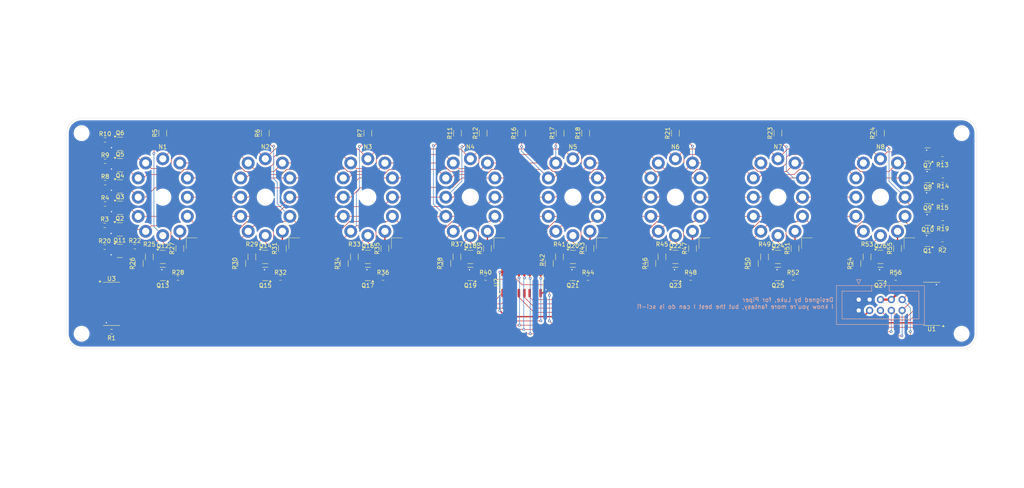
<source format=kicad_pcb>
(kicad_pcb (version 20240108) (generator "pcbnew") (generator_version "8.0")
  (title_block (title "Nixie Driver Board PCB") (date "2024-07-12") (rev "0.1.2"))
  (layers (0 "F.Cu" signal) (31 "B.Cu" signal) (34 "B.Paste" user) (35 "F.Paste" user) (36 "B.SilkS" user "B.Silkscreen") (37 "F.SilkS" user "F.Silkscreen") (38 "B.Mask" user) (39 "F.Mask" user) (44 "Edge.Cuts" user))
  (net 0 "")
  (net 1 "OE")
  (net 2 "CLK")
  (net 3 "LATCH")
  (net 4 "SER")
  (net 5 "/K_3")
  (net 6 "/K_9")
  (net 7 "/Nixie_1/NIXIE_ANODE")
  (net 8 "/K_7")
  (net 9 "/K_5")
  (net 10 "/K_1")
  (net 11 "/K_8")
  (net 12 "/K_10")
  (net 13 "/K_6")
  (net 14 "/K_4")
  (net 15 "/K_0")
  (net 16 "/K_2")
  (net 17 "/Nixie_2/NIXIE_ANODE")
  (net 18 "/Nixie_3/NIXIE_ANODE")
  (net 19 "/Nixie_4/NIXIE_ANODE")
  (net 20 "/Nixie_5/NIXIE_ANODE")
  (net 21 "/Nixie_6/NIXIE_ANODE")
  (net 22 "/Nixie_7/NIXIE_ANODE")
  (net 23 "/Nixie_8/NIXIE_ANODE")
  (net 24 "/N_0_B")
  (net 25 "GND")
  (net 26 "/N_1_B")
  (net 27 "/N_2_B")
  (net 28 "/N_3_B")
  (net 29 "/N_4_B")
  (net 30 "/N_5_B")
  (net 31 "/N_6_B")
  (net 32 "/N_7_B")
  (net 33 "/N_8_B")
  (net 34 "/N_9_B")
  (net 35 "/N_DP_B")
  (net 36 "170V")
  (net 37 "/Nixie_1/P_B")
  (net 38 "/Nixie_1/P_C")
  (net 39 "/Nixie_1/N_C")
  (net 40 "/Nixie_1/N_B")
  (net 41 "/Nixie_2/P_B")
  (net 42 "/Nixie_2/P_C")
  (net 43 "/Nixie_2/N_B")
  (net 44 "/Nixie_2/N_C")
  (net 45 "/Nixie_3/P_C")
  (net 46 "/Nixie_3/P_B")
  (net 47 "/Nixie_3/N_C")
  (net 48 "/Nixie_3/N_B")
  (net 49 "/Nixie_4/P_B")
  (net 50 "/Nixie_4/P_C")
  (net 51 "/Nixie_4/N_B")
  (net 52 "/Nixie_4/N_C")
  (net 53 "/Nixie_5/P_B")
  (net 54 "/Nixie_5/P_C")
  (net 55 "/Nixie_5/N_B")
  (net 56 "/Nixie_5/N_C")
  (net 57 "/Nixie_6/P_B")
  (net 58 "/Nixie_6/P_C")
  (net 59 "/Nixie_6/N_C")
  (net 60 "/Nixie_6/N_B")
  (net 61 "/Nixie_7/P_C")
  (net 62 "/Nixie_7/P_B")
  (net 63 "/Nixie_7/N_C")
  (net 64 "/Nixie_7/N_B")
  (net 65 "/Nixie_8/P_B")
  (net 66 "/Nixie_8/P_C")
  (net 67 "/Nixie_8/N_C")
  (net 68 "/Nixie_8/N_B")
  (net 69 "N_0")
  (net 70 "N_1")
  (net 71 "N_2")
  (net 72 "N_3")
  (net 73 "N_4")
  (net 74 "N_5")
  (net 75 "N_6")
  (net 76 "N_7")
  (net 77 "N_8")
  (net 78 "N_9")
  (net 79 "N_DP")
  (net 80 "A_1")
  (net 81 "A_2")
  (net 82 "A_3")
  (net 83 "A_4")
  (net 84 "A_5")
  (net 85 "A_6")
  (net 86 "A_7")
  (net 87 "A_8")
  (net 88 "/NIXIE_CONNECTION")
  (net 89 "+3V3")
  (net 90 "/SER_CHAIN_1")
  (net 91 "/SER_CHAIN_2")
  (net 98 "/N_DP_C")
  (footprint "Resistor_SMD:R_0603_1608Metric" (layer "F.Cu") (at 55.4 86.6)
    (property "Reference" "R3")
    (property "Value" "10k" (hide yes))
  )
  (footprint "Resistor_SMD:R_0603_1608Metric" (layer "F.Cu") (at 96.5625 98.95 180)
    (property "Reference" "R32")
    (property "Value" "10k" (hide yes))
  )
  (footprint "Package_TO_SOT_SMD:SOT-23" (layer "F.Cu") (at 93 94)
    (property "Reference" "Q14")
    (property "Value" "MMBTA92" (hide yes))
  )
  (footprint "Resistor_SMD:R_1206_3216Metric" (layer "F.Cu") (at 137.86 94 90)
    (property "Reference" "R37")
    (property "Value" "10k" (hide yes))
  )
  (footprint "Resistor_SMD:R_1206_3216Metric" (layer "F.Cu") (at 213 65 90)
    (property "Reference" "R23")
    (property "Value" "412k" (hide yes))
  )
  (footprint "Resistor_SMD:R_0603_1608Metric" (layer "F.Cu") (at 55.5 66.6)
    (property "Reference" "R10")
    (property "Value" "10k" (hide yes))
  )
  (footprint "MountingHole:MountingHole_3.2mm_M3" (layer "F.Cu") (at 50 112)
    (property "Reference" "H3" (hide yes))
    (property "Value" "MountingHole" (hide yes))
  )
  (footprint "Resistor_SMD:R_1206_3216Metric" (layer "F.Cu") (at 207.49 95.52 -90)
    (property "Reference" "R50")
    (property "Value" "412k" (hide yes))
  )
  (footprint "Resistor_SMD:R_0603_1608Metric" (layer "F.Cu") (at 55.5 71.6)
    (property "Reference" "R9")
    (property "Value" "10k" (hide yes))
  )
  (footprint "Resistor_SMD:R_0603_1608Metric" (layer "F.Cu") (at 72.5625 98.95 180)
    (property "Reference" "R28")
    (property "Value" "10k" (hide yes))
  )
  (footprint "Package_TO_SOT_SMD:SOT-23" (layer "F.Cu") (at 93 98 180)
    (property "Reference" "Q15")
    (property "Value" "MMBTA42" (hide yes))
  )
  (footprint "Package_TO_SOT_SMD:SOT-23" (layer "F.Cu") (at 58.9375 92.6)
    (property "Reference" "Q11")
    (property "Value" "MMBTA42" (hide yes))
  )
  (footprint "Resistor_SMD:R_1206_3216Metric" (layer "F.Cu") (at 162 65 90)
    (property "Reference" "R17")
    (property "Value" "412k" (hide yes))
  )
  (footprint "Resistor_SMD:R_0603_1608Metric" (layer "F.Cu") (at 62.475 91.6 180)
    (property "Reference" "R22")
    (property "Value" "100k" (hide yes))
  )
  (footprint "Resistor_SMD:R_1206_3216Metric" (layer "F.Cu") (at 113.86 94 90)
    (property "Reference" "R33")
    (property "Value" "10k" (hide yes))
  )
  (footprint "Custom:IN12" (layer "F.Cu") (at 69 80)
    (property "Reference" "N1")
    (property "Value" "~" (hide yes))
  )
  (footprint "Resistor_SMD:R_1206_3216Metric" (layer "F.Cu") (at 63.49 95.52 -90)
    (property "Reference" "R26")
    (property "Value" "412k" (hide yes))
  )
  (footprint "Package_SO:SOIC-16_3.9x9.9mm_P1.27mm" (layer "F.Cu") (at 249 105 180)
    (property "Reference" "U1")
    (property "Value" "74HC595" (hide yes))
  )
  (footprint "Resistor_SMD:R_1206_3216Metric" (layer "F.Cu") (at 231.49 95.52 -90)
    (property "Reference" "R54")
    (property "Value" "412k" (hide yes))
  )
  (footprint "Resistor_SMD:R_1206_3216Metric" (layer "F.Cu") (at 217 92 90)
    (property "Reference" "R51")
    (property "Value" "10k" (hide yes))
  )
  (footprint "Package_TO_SOT_SMD:SOT-23" (layer "F.Cu") (at 141 94)
    (property "Reference" "Q18")
    (property "Value" "MMBTA92" (hide yes))
  )
  (footprint "Resistor_SMD:R_1206_3216Metric" (layer "F.Cu") (at 233.86 94 90)
    (property "Reference" "R53")
    (property "Value" "10k" (hide yes))
  )
  (footprint "Package_TO_SOT_SMD:SOT-23" (layer "F.Cu") (at 58.9375 87.55)
    (property "Reference" "Q2")
    (property "Value" "MMBTA42" (hide yes))
  )
  (footprint "Resistor_SMD:R_1206_3216Metric" (layer "F.Cu") (at 189 65 90)
    (property "Reference" "R21")
    (property "Value" "412k" (hide yes))
  )
  (footprint "MountingHole:MountingHole_3.2mm_M3" (layer "F.Cu") (at 256 112)
    (property "Reference" "H4" (hide yes))
    (property "Value" "MountingHole" (hide yes))
  )
  (footprint "Resistor_SMD:R_0603_1608Metric" (layer "F.Cu") (at 55.5 81.6)
    (property "Reference" "R4")
    (property "Value" "10k" (hide yes))
  )
  (footprint "Resistor_SMD:R_1206_3216Metric" (layer "F.Cu") (at 241 92 90)
    (property "Reference" "R55")
    (property "Value" "10k" (hide yes))
  )
  (footprint "Package_TO_SOT_SMD:SOT-23" (layer "F.Cu") (at 189 94)
    (property "Reference" "Q22")
    (property "Value" "MMBTA92" (hide yes))
  )
  (footprint "Custom:IN12" (layer "F.Cu") (at 237 80)
    (property "Reference" "N8")
    (property "Value" "~" (hide yes))
  )
  (footprint "MountingHole:MountingHole_3.2mm_M3" (layer "F.Cu") (at 256 65)
    (property "Reference" "H2" (hide yes))
    (property "Value" "MountingHole" (hide yes))
  )
  (footprint "Custom:IN12" (layer "F.Cu") (at 93 80)
    (property "Reference" "N2")
    (property "Value" "~" (hide yes))
  )
  (footprint "Resistor_SMD:R_1206_3216Metric" (layer "F.Cu") (at 97 92 90)
    (property "Reference" "R31")
    (property "Value" "10k" (hide yes))
  )
  (footprint "Custom:IN12" (layer "F.Cu") (at 117 80)
    (property "Reference" "N3")
    (property "Value" "~" (hide yes))
  )
  (footprint "Package_TO_SOT_SMD:SOT-23" (layer "F.Cu") (at 165 98 180)
    (property "Reference" "Q21")
    (property "Value" "MMBTA42" (hide yes))
  )
  (footprint "Resistor_SMD:R_1206_3216Metric" (layer "F.Cu") (at 161.86 94 90)
    (property "Reference" "R41")
    (property "Value" "10k" (hide yes))
  )
  (footprint "Custom:IN12" (layer "F.Cu") (at 141 80)
    (property "Reference" "N4")
    (property "Value" "~" (hide yes))
  )
  (footprint "Resistor_SMD:R_0603_1608Metric" (layer "F.Cu") (at 216.5625 98.95 180)
    (property "Reference" "R52")
    (property "Value" "10k" (hide yes))
  )
  (footprint "Resistor_SMD:R_0603_1608Metric" (layer "F.Cu") (at 55.5 76.6)
    (property "Reference" "R8")
    (property "Value" "10k" (hide yes))
  )
  (footprint "Package_TO_SOT_SMD:SOT-23" (layer "F.Cu") (at 59 77.5)
    (property "Reference" "Q4")
    (property "Value" "MMBTA42" (hide yes))
  )
  (footprint "Resistor_SMD:R_1206_3216Metric" (layer "F.Cu") (at 153 65 90)
    (property "Reference" "R16")
    (property "Value" "412k" (hide yes))
  )
  (footprint "Package_TO_SOT_SMD:SOT-23" (layer "F.Cu") (at 141 98 180)
    (property "Reference" "Q19")
    (property "Value" "MMBTA42" (hide yes))
  )
  (footprint "MountingHole:MountingHole_3.2mm_M3" (layer "F.Cu") (at 50 65)
    (property "Reference" "H1" (hide yes))
    (property "Value" "MountingHole" (hide yes))
  )
  (footprint "Package_TO_SOT_SMD:SOT-23" (layer "F.Cu") (at 189 98 180)
    (property "Reference" "Q23")
    (property "Value" "MMBTA42" (hide yes))
  )
  (footprint "Resistor_SMD:R_1206_3216Metric" (layer "F.Cu") (at 135.49 95.52 -90)
    (property "Reference" "R38")
    (property "Value" "412k" (hide yes))
  )
  (footprint "Resistor_SMD:R_1206_3216Metric" (layer "F.Cu") (at 168 65 90)
    (property "Reference" "R18")
    (property "Value" "412k" (hide yes))
  )
  (footprint "Resistor_SMD:R_0603_1608Metric" (layer "F.Cu") (at 168.5625 98.95 180)
    (property "Reference" "R44")
    (property "Value" "10k" (hide yes))
  )
  (footprint "Package_SO:SOIC-16_3.9x9.9mm_P1.27mm" (layer "F.Cu") (at 153 100 90)
    (property "Reference" "U2")
    (property "Value" "74HC595" (hide yes))
  )
  (footprint "Resistor_SMD:R_1206_3216Metric" (layer "F.Cu") (at 73 92 90)
    (property "Reference" "R27")
    (property "Value" "10k" (hide yes))
  )
  (footprint "Resistor_SMD:R_0603_1608Metric" (layer "F.Cu") (at 251.5 81 180)
    (property "Reference" "R15")
    (property "Value" "10k" (hide yes))
  )
  (footprint "Resistor_SMD:R_0603_1608Metric" (layer "F.Cu") (at 251.5 91 180)
    (property "Reference" "R2")
    (property "Value" "10k" (hide yes))
  )
  (footprint "Resistor_SMD:R_1206_3216Metric" (layer "F.Cu") (at 193 92 90)
    (property "Reference" "R47")
    (property "Value" "10k" (hide yes))
  )
  (footprint "Package_TO_SOT_SMD:SOT-23" (layer "F.Cu") (at 117 98 180)
    (property "Reference" "Q17")
    (property "Value" "MMBTA42" (hide yes))
  )
  (footprint "Package_TO_SOT_SMD:SOT-23" (layer "F.Cu") (at 117 94)
    (property "Reference" "Q16")
    (property "Value" "MMBTA92" (hide yes))
  )
  (footprint "Resistor_SMD:R_0603_1608Metric" (layer "F.Cu") (at 251.5 71 180)
    (property "Reference" "R13")
    (property "Value" "10k" (hide yes))
  )
  (footprint "Resistor_SMD:R_1206_3216Metric" (layer "F.Cu") (at 117 65 90)
    (property "Reference" "R7")
    (property "Value" "412k" (hide yes))
  )
  (footprint "Resistor_SMD:R_0603_1608Metric" (layer "F.Cu") (at 251.6 86 180)
    (property "Reference" "R19")
    (property "Value" "10k" (hide yes))
  )
  (footprint "Resistor_SMD:R_1206_3216Metric" (layer "F.Cu") (at 65.86 94 90)
    (property "Reference" "R25")
    (property "Value" "10k" (hide yes))
  )
  (footprint "Resistor_SMD:R_0603_1608Metric" (layer "F.Cu") (at 144.5625 98.95 180)
    (property "Reference" "R40")
    (property "Value" "10k" (hide yes))
  )
  (footprint "Resistor_SMD:R_0603_1608Metric" (layer "F.Cu") (at 120.5625 98.95 180)
    (property "Reference" "R36")
    (property "Value" "10k" (hide yes))
  )
  (footprint "Resistor_SMD:R_1206_3216Metric" (layer "F.Cu") (at 209.86 94 90)
    (property "Reference" "R49")
    (property "Value" "10k" (hide yes))
  )
  (footprint "Package_TO_SOT_SMD:SOT-23" (layer "F.Cu") (at 237 94)
    (property "Reference" "Q26")
    (property "Value" "MMBTA92" (hide yes))
  )
  (footprint "Package_TO_SOT_SMD:SOT-23" (layer "F.Cu") (at 59 82.5)
    (property "Reference" "Q3")
    (property "Value" "MMBTA42" (hide yes))
  )
  (footprint "Resistor_SMD:R_1206_3216Metric" (layer "F.Cu") (at 144 65 90)
    (property "Reference" "R12")
    (property "Value" "412k" (hide yes))
  )
  (footprint "Resistor_SMD:R_1206_3216Metric" (layer "F.Cu") (at 145 92 90)
    (property "Reference" "R39")
    (property "Value" "10k" (hide yes))
  )
  (footprint "Package_TO_SOT_SMD:SOT-23" (layer "F.Cu") (at 165 94)
    (property "Reference" "Q20")
    (property "Value" "MMBTA92" (hide yes))
  )
  (footprint "Resistor_SMD:R_0603_1608Metric" (layer "F.Cu") (at 240.5625 98.95 180)
    (property "Reference" "R56")
    (property "Value" "10k" (hide yes))
  )
  (footprint "Custom:IN12" (layer "F.Cu") (at 213 80)
    (property "Reference" "N7")
    (property "Value" "~" (hide yes))
  )
  (footprint "Package_TO_SOT_SMD:SOT-23" (layer "F.Cu") (at 248 80 180)
    (property "Reference" "Q9")
    (property "Value" "MMBTA42" (hide yes))
  )
  (footprint "Package_TO_SOT_SMD:SOT-23" (layer "F.Cu") (at 248.0625 75.05 180)
    (property "Reference" "Q8")
    (property "Value" "MMBTA42" (hide yes))
  )
  (footprint "Resistor_SMD:R_1206_3216Metric" (layer "F.Cu") (at 87.49 95.52 -90)
    (property "Reference" "R30")
    (property "Value" "412k" (hide yes))
  )
  (footprint "Resistor_SMD:R_1206_3216Metric" (layer "F.Cu") (at 111.49 95.52 -90)
    (property "Reference" "R34")
    (property "Value" "412k" (hide yes))
  )
  (footprint "Resistor_SMD:R_0603_1608Metric" (layer "F.Cu") (at 55.4 91.7)
    (property "Reference" "R20")
    (property "Value" "10k" (hide yes))
  )
  (footprint "Custom:IN12" (layer "F.Cu") (at 165 80)
    (property "Reference" "N5")
    (property "Value" "~" (hide yes))
  )
  (footprint "Resistor_SMD:R_1206_3216Metric" (layer "F.Cu") (at 169 92 90)
    (property "Reference" "R43")
    (property "Value" "10k" (hide yes))
  )
  (footprint "Package_TO_SOT_SMD:SOT-23" (layer "F.Cu") (at 69 94)
    (property "Reference" "Q12")
    (property "Value" "MMBTA92" (hide yes))
  )
  (footprint "Package_TO_SOT_SMD:SOT-23" (layer "F.Cu") (at 59 67.5)
    (property "Reference" "Q6")
    (property "Value" "MMBTA42" (hide yes))
  )
  (footprint "Resistor_SMD:R_1206_3216Metric" (layer "F.Cu") (at 121 92 90)
    (property "Reference" "R35")
    (property "Value" "10k" (hide yes))
  )
  (footprint "Package_TO_SOT_SMD:SOT-23" (layer "F.Cu") (at 213 98 180)
    (property "Reference" "Q25")
    (property "Value" "MMBTA42" (hide yes))
  )
  (footprint "Resistor_SMD:R_0603_1608Metric" (layer "F.Cu") (at 192.5625 98.95 180)
    (property "Reference" "R48")
    (property "Value" "10k" (hide yes))
  )
  (footprint "Package_TO_SOT_SMD:SOT-23" (layer "F.Cu") (at 248 70 180)
    (property "Reference" "Q7")
    (property "Value" "MMBTA42" (hide yes))
  )
  (footprint "Package_TO_SOT_SMD:SOT-23" (layer "F.Cu") (at 69 98 180)
    (property "Reference" "Q13")
    (property "Value" "MMBTA42" (hide yes))
  )
  (footprint "Resistor_SMD:R_1206_3216Metric" (layer "F.Cu") (at 69 65 90)
    (property "Reference" "R5")
    (property "Value" "412k" (hide yes))
  )
  (footprint "Resistor_SMD:R_1206_3216Metric" (layer "F.Cu") (at 237 65 90)
    (property "Reference" "R24")
    (property "Value" "412k" (hide yes))
  )
  (footprint "Resistor_SMD:R_0603_1608Metric" (layer "F.Cu") (at 57 111.5)
    (property "Reference" "R1")
    (property "Value" "10k" (hide yes))
  )
  (footprint "Resistor_SMD:R_1206_3216Metric" (layer "F.Cu") (at 138 65 90)
    (property "Reference" "R11")
    (property "Value" "412k" (hide yes))
  )
  (footprint "Package_TO_SOT_SMD:SOT-23" (layer "F.Cu") (at 59 72.5)
    (property "Reference" "Q5")
    (property "Value" "MMBTA42" (hide yes))
  )
  (footprint "Package_TO_SOT_SMD:SOT-23" (layer "F.Cu") (at 248.0625 85.05 180)
    (property "Reference" "Q10")
    (property "Value" "MMBTA42" (hide yes))
  )
  (footprint "Resistor_SMD:R_1206_3216Metric" (layer "F.Cu") (at 185.86 94 90)
    (property "Reference" "R45")
    (property "Value" "10k" (hide yes))
  )
  (footprint "Package_TO_SOT_SMD:SOT-23" (layer "F.Cu") (at 248 90 180)
    (property "Reference" "Q1")
    (property "Value" "MMBTA42" (hide yes))
  )
  (footprint "Package_SO:SOIC-16_3.9x9.9mm_P1.27mm" (layer "F.Cu") (at 57 105)
    (property "Reference" "U3")
    (property "Value" "74HC595" (hide yes))
  )
  (footprint "Package_TO_SOT_SMD:SOT-23" (layer "F.Cu") (at 237 98 180)
    (property "Reference" "Q27")
    (property "Value" "MMBTA42" (hide yes))
  )
  (footprint "Resistor_SMD:R_1206_3216Metric" (layer "F.Cu") (at 89.86 94 90)
    (property "Reference" "R29")
    (property "Value" "10k" (hide yes))
  )
  (footprint "Package_TO_SOT_SMD:SOT-23" (layer "F.Cu") (at 213 94)
    (property "Reference" "Q24")
    (property "Value" "MMBTA92" (hide yes))
  )
  (footprint "Resistor_SMD:R_1206_3216Metric" (layer "F.Cu") (at 93 65 90)
    (property "Reference" "R6")
    (property "Value" "412k" (hide yes))
  )
  (footprint "Custom:IN12" (layer "F.Cu") (at 189 80)
    (property "Reference" "N6")
    (property "Value" "~" (hide yes))
  )
  (footprint "Resistor_SMD:R_1206_3216Metric" (layer "F.Cu") (at 183.49 95.52 -90)
    (property "Reference" "R46")
    (property "Value" "412k" (hide yes))
  )
  (footprint "Resistor_SMD:R_1206_3216Metric" (layer "F.Cu") (at 159.49 95.52 -90)
    (property "Reference" "R42")
    (property "Value" "412k" (hide yes))
  )
  (footprint "Resistor_SMD:R_0603_1608Metric" (layer "F.Cu") (at 251.6 76 180)
    (property "Reference" "R14")
    (property "Value" "10k" (hide yes))
  )
  (footprint "Connector_IDC:IDC-Header_2x05_P2.54mm_Vertical" (layer "B.Cu") (at 231.92 104 -90)
    (property "Reference" "J1" (hide yes))
    (property "Value" "Conn_01x10_Pin" (hide yes))
  )
  (gr_line (start 46.5 65) (end 46.5 112) (stroke (width 0.05)) (layer "Edge.Cuts"))
  (gr_line (start 256 61.5) (end 50 61.5) (stroke (width 0.05)) (layer "Edge.Cuts"))
  (gr_arc (start 50 115.5) (mid 47.525126 114.474874) (end 46.5 112) (stroke (width 0.05)) (layer "Edge.Cuts"))
  (gr_arc (start 259.5 112) (mid 258.474874 114.474874) (end 256 115.5) (stroke (width 0.05)) (layer "Edge.Cuts"))
  (gr_arc (start 256 61.5) (mid 258.474874 62.525126) (end 259.5 65) (stroke (width 0.05)) (layer "Edge.Cuts"))
  (gr_line (start 256 115.5) (end 50 115.5) (stroke (width 0.05)) (layer "Edge.Cuts"))
  (gr_line (start 259.5 112) (end 259.5 65) (stroke (width 0.05)) (layer "Edge.Cuts"))
  (gr_arc (start 46.5 65) (mid 47.525126 62.525126) (end 50 61.5) (stroke (width 0.05)) (layer "Edge.Cuts"))
  (gr_text "Designed by Luke, for Piper\nI know you're more fantasy, but the best I can do is sci-fi" (at 226.07 106.24 0) (layer "B.SilkS") (effects (font (size 1 1) (thickness 0.153)) (justify left bottom mirror)))
  (segment (start 63.5 106.5) (end 67 110) (width 0.13) (layer "F.Cu") (net 1))
  (segment (start 245.665 105.635) (end 246.525 105.635) (width 0.13) (layer "F.Cu") (net 1))
  (segment (start 241.1 108.1) (end 243.2 108.1) (width 0.13) (layer "F.Cu") (net 1))
  (segment (start 243.2 108.1) (end 245.665 105.635) (width 0.13) (layer "F.Cu") (net 1))
  (segment (start 58.500001 104.365) (end 57.825 105.040001) (width 0.13) (layer "F.Cu") (net 1))
  (segment (start 61.365 104.365) (end 63.5 106.5) (width 0.13) (layer "F.Cu") (net 1))
  (segment (start 239.54 106.54) (end 241.1 108.1) (width 0.13) (layer "F.Cu") (net 1))
  (segment (start 59.475 104.365) (end 61.365 104.365) (width 0.13) (layer "F.Cu") (net 1))
  (segment (start 163 111.5) (end 239.5 111.5) (width 0.13) (layer "F.Cu") (net 1))
  (segment (start 67 110) (end 70.5 110) (width 0.13) (layer "F.Cu") (net 1))
  (segment (start 160 111.5) (end 163 111.5) (width 0.13) (layer "F.Cu") (net 1))
  (segment (start 57.825 105.040001) (end 57.825 111.5) (width 0.13) (layer "F.Cu") (net 1))
  (segment (start 152.5 110) (end 158.5 110) (width 0.13) (layer "F.Cu") (net 1))
  (segment (start 152.365 98.865) (end 152.4 98.9) (width 0.13) (layer "F.Cu") (net 1))
  (segment (start 59.475 104.365) (end 58.500001 104.365) (width 0.13) (layer "F.Cu") (net 1))
  (segment (start 158.5 110) (end 160 111.5) (width 0.13) (layer "F.Cu") (net 1))
  (segment (start 152.365 97.525) (end 152.365 98.865) (width 0.13) (layer "F.Cu") (net 1))
  (segment (start 70.5 110) (end 152.5 110) (width 0.13) (layer "F.Cu") (net 1))
  (via (at 152.4 98.9) (size 0.6) (drill 0.3) (layers "F.Cu" "B.Cu") (net 1))
  (via (at 152.5 110) (size 0.6) (drill 0.3) (layers "F.Cu" "B.Cu") (net 1))
  (via (at 239.5 111.5) (size 0.6) (drill 0.3) (layers "F.Cu" "B.Cu") (net 1))
  (segment (start 239.5 106.58) (end 239.54 106.54) (width 0.13) (layer "B.Cu") (net 1))
  (segment (start 239.54 111.46) (end 239.54 106.54) (width 0.13) (layer "B.Cu") (net 1))
  (segment (start 239.5 111.5) (end 239.54 111.46) (width 0.13) (layer "B.Cu") (net 1))
  (segment (start 152.5 110) (end 152.5 99) (width 0.13) (layer "B.Cu") (net 1))
  (segment (start 152.5 99) (end 152.4 98.9) (width 0.13) (layer "B.Cu") (net 1))
  (segment (start 158 113.5) (end 163 113.5) (width 0.13) (layer "F.Cu") (net 2))
  (segment (start 70.5 112) (end 155 112) (width 0.13) (layer "F.Cu") (net 2))
  (segment (start 156.5 112) (end 157.5 113) (width 0.13) (layer "F.Cu") (net 2))
  (segment (start 59.475 106.905) (end 60.905 106.905) (width 0.13) (layer "F.Cu") (net 2))
  (segment (start 242.985 103.095) (end 246.525 103.095) (width 0.13) (layer "F.Cu") (net 2))
  (segment (start 157.5 113) (end 158 113.5) (width 0.13) (layer "F.Cu") (net 2))
  (segment (start 242.08 104) (end 242.985 103.095) (width 0.13) (layer "F.Cu") (net 2))
  (segment (start 244 112.5) (end 244 111.5) (width 0.13) (layer "F.Cu") (net 2))
  (segment (start 155 99) (end 154.905 98.905) (width 0.13) (layer "F.Cu") (net 2))
  (segment (start 154.905 98.905) (end 154.905 97.525) (width 0.13) (layer "F.Cu") (net 2))
  (segment (start 243 113.5) (end 244 112.5) (width 0.13) (layer "F.Cu") (net 2))
  (segment (start 60.905 106.905) (end 64 110) (width 0.13) (layer "F.Cu") (net 2))
  (segment (start 163 113.5) (end 243 113.5) (width 0.13) (layer "F.Cu") (net 2))
  (segment (start 66 112) (end 70.5 112) (width 0.13) (layer "F.Cu") (net 2))
  (segment (start 64 110) (end 66 112) (width 0.13) (layer "F.Cu") (net 2))
  (segment (start 155 112) (end 156.5 112) (width 0.13) (layer "F.Cu") (net 2))
  (via (at 244 111.5) (size 0.6) (drill 0.3) (layers "F.Cu" "B.Cu") (net 2))
  (via (at 155 112) (size 0.6) (drill 0.3) (layers "F.Cu" "B.Cu") (net 2))
  (via (at 155 99) (size 0.6) (drill 0.3) (layers "F.Cu" "B.Cu") (net 2))
  (segment (start 244 111.5) (end 244 105.92) (width 0.13) (layer "B.Cu") (net 2))
  (segment (start 155 112) (end 155 99) (width 0.13) (layer "B.Cu") (net 2))
  (segment (start 244 105.92) (end 242.08 104) (width 0.13) (layer "B.Cu") (net 2))
  (segment (start 61.135 105.635) (end 65 109.5) (width 0.13) (layer "F.Cu") (net 3))
  (segment (start 65 109.5) (end 66.5 111) (width 0.13) (layer "F.Cu") (net 3))
  (segment (start 153.5 111) (end 157.5 111) (width 0.13) (layer "F.Cu") (net 3))
  (segment (start 66.5 111) (end 70.5 111) (width 0.13) (layer "F.Cu") (net 3))
  (segment (start 157.5 111) (end 158.5 112) (width 0.13) (layer "F.Cu") (net 3))
  (segment (start 163 112.5) (end 242 112.5) (width 0.13) (layer "F.Cu") (net 3))
  (segment (start 158.5 112) (end 159 112.5) (width 0.13) (layer "F.Cu") (net 3))
  (segment (start 153.635 98.835) (end 153.7 98.9) (width 0.13) (layer "F.Cu") (net 3))
  (segment (start 244.255 104.365) (end 246.525 104.365) (width 0.13) (layer "F.Cu") (net 3))
  (segment (start 153.635 97.525) (end 153.635 98.835) (width 0.13) (layer "F.Cu") (net 3))
  (segment (start 59.475 105.635) (end 61.135 105.635) (width 0.13) (layer "F.Cu") (net 3))
  (segment (start 70.5 111) (end 153.5 111) (width 0.13) (layer "F.Cu") (net 3))
  (segment (start 159 112.5) (end 163 112.5) (width 0.13) (layer "F.Cu") (net 3))
  (segment (start 242.08 106.54) (end 244.255 104.365) (width 0.13) (layer "F.Cu") (net 3))
  (via (at 153.5 111) (size 0.6) (drill 0.3) (layers "F.Cu" "B.Cu") (net 3))
  (via (at 153.7 98.9) (size 0.6) (drill 0.3) (layers "F.Cu" "B.Cu") (net 3))
  (via (at 242 112.5) (size 0.6) (drill 0.3) (layers "F.Cu" "B.Cu") (net 3))
  (segment (start 153.5 111) (end 153.5 99.1) (width 0.13) (layer "B.Cu") (net 3))
  (segment (start 242 112.5) (end 242.08 112.42) (width 0.13) (layer "B.Cu") (net 3))
  (segment (start 242.08 112.42) (end 242.08 106.54) (width 0.13) (layer "B.Cu") (net 3))
  (segment (start 153.5 99.1) (end 153.7 98.9) (width 0.13) (layer "B.Cu") (net 3))
  (segment (start 237 106.54) (end 239.26 108.8) (width 0.13) (layer "F.Cu") (net 4))
  (segment (start 245.795 106.905) (end 246.525 106.905) (width 0.13) (layer "F.Cu") (net 4))
  (segment (start 243.9 108.8) (end 245.795 106.905) (width 0.13) (layer "F.Cu") (net 4))
  (segment (start 239.26 108.8) (end 243.9 108.8) (width 0.13) (layer "F.Cu") (net 4))
  (segment (start 207.25 80) (end 209 80) (width 0.13) (layer "F.Cu") (net 5))
  (segment (start 79.3 77.8) (end 81.5 80) (width 0.13) (layer "F.Cu") (net 5))
  (segment (start 81.5 80) (end 87.25 80) (width 0.13) (layer "F.Cu") (net 5))
  (segment (start 139.2 77.8) (end 139.6 77.8) (width 0.13) (layer "F.Cu") (net 5))
  (segment (start 159.25 80) (end 161 80) (width 0.13) (layer "F.Cu") (net 5))
  (segment (start 183.25 80) (end 185 80) (width 0.13) (layer "F.Cu") (net 5))
  (segment (start 111.25 80) (end 113 80) (width 0.13) (layer "F.Cu") (net 5))
  (segment (start 60.75 77.5) (end 63.25 80) (width 0.13) (layer "F.Cu") (net 5))
  (segment (start 89 80) (end 91.2 77.8) (width 0.13) (layer "F.Cu") (net 5))
  (segment (start 129.5 80) (end 135.25 80) (width 0.13) (layer "F.Cu") (net 5))
  (segment (start 151.3 77.8) (end 153.5 80) (width 0.13) (layer "F.Cu") (net 5))
  (segment (start 87.25 80) (end 89 80) (width 0.13) (layer "F.Cu") (net 5))
  (segment (start 67.6 77.8) (end 79.3 77.8) (width 0.13) (layer "F.Cu") (net 5))
  (segment (start 187.2 77.8) (end 187.6 77.8) (width 0.13) (layer "F.Cu") (net 5))
  (segment (start 187.6 77.8) (end 199.3 77.8) (width 0.13) (layer "F.Cu") (net 5))
  (segment (start 91.6 77.8) (end 103.3 77.8) (width 0.13) (layer "F.Cu") (net 5))
  (segment (start 201.5 80) (end 207.25 80) (width 0.13) (layer "F.Cu") (net 5))
  (segment (start 163.2 77.8) (end 163.6 77.8) (width 0.13) (layer "F.Cu") (net 5))
  (segment (start 135.25 80) (end 137 80) (width 0.13) (layer "F.Cu") (net 5))
  (segment (start 139.34 68.2) (end 141.0775 66.4625) (width 0.13) (layer "F.Cu") (net 5))
  (segment (start 91.2 77.8) (end 91.6 77.8) (width 0.13) (layer "F.Cu") (net 5))
  (segment (start 137 80) (end 139.2 77.8) (width 0.13) (layer "F.Cu") (net 5))
  (segment (start 139.02 68.2) (end 139.34 68.2) (width 0.13) (layer "F.Cu") (net 5))
  (segment (start 199.3 77.8) (end 201.5 80) (width 0.13) (layer "F.Cu") (net 5))
  (segment (start 63.25 80) (end 65 80) (width 0.13) (layer "F.Cu") (net 5))
  (segment (start 103.3 77.8) (end 105.5 80) (width 0.13) (layer "F.Cu") (net 5))
  (segment (start 211.2 77.8) (end 211.6 77.8) (width 0.13) (layer "F.Cu") (net 5))
  (segment (start 163.6 77.8) (end 175.3 77.8) (width 0.13) (layer "F.Cu") (net 5))
  (segment (start 127.3 77.8) (end 129.5 80) (width 0.13) (layer "F.Cu") (net 5))
  (segment (start 177.5 80) (end 183.25 80) (width 0.13) (layer "F.Cu") (net 5))
  (segment (start 139.6 77.8) (end 151.3 77.8) (width 0.13) (layer "F.Cu") (net 5))
  (segment (start 225.5 80) (end 231.25 80) (width 0.13) (layer "F.Cu") (net 5))
  (segment (start 67.2 77.8) (end 67.6 77.8) (width 0.13) (layer "F.Cu") (net 5))
  (segment (start 113 80) (end 115.2 77.8) (width 0.13) (layer "F.Cu") (net 5))
  (segment (start 59.9375 77.5) (end 60.75 77.5) (width 0.13) (layer "F.Cu") (net 5))
  (segment (start 175.3 77.8) (end 177.5 80) (width 0.13) (layer "F.Cu") (net 5))
  (segment (start 153.5 80) (end 159.25 80) (width 0.13) (layer "F.Cu") (net 5))
  (segment (start 105.5 80) (end 111.25 80) (width 0.13) (layer "F.Cu") (net 5))
  (segment (start 141.0775 66.4625) (end 144 66.4625) (width 0.13) (layer "F.Cu") (net 5))
  (segment (start 115.6 77.8) (end 127.3 77.8) (width 0.13) (layer "F.Cu") (net 5))
  (segment (start 185 80) (end 187.2 77.8) (width 0.13) (layer "F.Cu") (net 5))
  (segment (start 65 80) (end 67.2 77.8) (width 0.13) (layer "F.Cu") (net 5))
  (segment (start 115.2 77.8) (end 115.6 77.8) (width 0.13) (layer "F.Cu") (net 5))
  (segment (start 209 80) (end 211.2 77.8) (width 0.13) (layer "F.Cu") (net 5))
  (segment (start 223.3 77.8) (end 225.5 80) (width 0.13) (layer "F.Cu") (net 5))
  (segment (start 211.6 77.8) (end 223.3 77.8) (width 0.13) (layer "F.Cu") (net 5))
  (segment (start 161 80) (end 163.2 77.8) (width 0.13) (layer "F.Cu") (net 5))
  (via (at 139.02 68.2) (size 0.6) (drill 0.3) (layers "F.Cu" "B.Cu") (net 5))
  (segment (start 135.25 80) (end 139.02 76.23) (width 0.13) (layer "B.Cu") (net 5))
  (segment (start 139.02 76.23) (end 139.02 68.2) (width 0.13) (layer "B.Cu") (net 5))
  (segment (start 200.5 82.2) (end 216.55 82.2) (width 0.13) (layer "F.Cu") (net 6))
  (segment (start 152.5 82.2) (end 168.55 82.2) (width 0.13) (layer "F.Cu") (net 6))
  (segment (start 80.5 82.2) (end 96.55 82.2) (width 0.13) (layer "F.Cu") (net 6))
  (segment (start 198.3 80) (end 200.5 82.2) (width 0.13) (layer "F.Cu") (net 6))
  (segment (start 104.5 82.2) (end 120.55 82.2) (width 0.13) (layer "F.Cu") (net 6))
  (segment (start 239 68.4625) (end 237 66.4625) (width 0.13) (layer "F.Cu") (net 6))
  (segment (start 240.55 82.2) (end 242.75 80) (width 0.13) (layer "F.Cu") (net 6))
  (segment (start 247.125 85.05) (end 242.75 80.675) (width 0.13) (layer "F.Cu") (net 6))
  (segment (start 144.55 82.2) (end 146.75 80) (width 0.13) (layer "F.Cu") (net 6))
  (segment (start 168.55 82.2) (end 170.75 80) (width 0.13) (layer "F.Cu") (net 6))
  (segment (start 170.75 80) (end 174.3 80) (width 0.13) (layer "F.Cu") (net 6))
  (segment (start 120.55 82.2) (end 122.75 80) (width 0.13) (layer "F.Cu") (net 6))
  (segment (start 194.75 80) (end 198.3 80) (width 0.13) (layer "F.Cu") (net 6))
  (segment (start 126.3 80) (end 128.5 82.2) (width 0.13) (layer "F.Cu") (net 6))
  (segment (start 122.75 80) (end 126.3 80) (width 0.13) (layer "F.Cu") (net 6))
  (segment (start 216.55 82.2) (end 218.75 80) (width 0.13) (layer "F.Cu") (net 6))
  (segment (start 128.5 82.2) (end 144.55 82.2) (width 0.13) (layer "F.Cu") (net 6))
  (segment (start 192.55 82.2) (end 194.75 80) (width 0.13) (layer "F.Cu") (net 6))
  (segment (start 150.3 80) (end 152.5 82.2) (width 0.13) (layer "F.Cu") (net 6))
  (segment (start 224.5 82.2) (end 240.55 82.2) (width 0.13) (layer "F.Cu") (net 6))
  (segment (start 102.3 80) (end 104.5 82.2) (width 0.13) (layer "F.Cu") (net 6))
  (segment (start 146.75 80) (end 150.3 80) (width 0.13) (layer "F.Cu") (net 6))
  (segment (start 98.75 80) (end 102.3 80) (width 0.13) (layer "F.Cu") (net 6))
  (segment (start 74.75 80) (end 78.3 80) (width 0.13) (layer "F.Cu") (net 6))
  (segment (start 239 68.73) (end 239 68.4625) (width 0.13) (layer "F.Cu") (net 6))
  (segment (start 78.3 80) (end 80.5 82.2) (width 0.13) (layer "F.Cu") (net 6))
  (segment (start 242.75 80.675) (end 242.75 80) (width 0.13) (layer "F.Cu") (net 6))
  (segment (start 222.3 80) (end 224.5 82.2) (width 0.13) (layer "F.Cu") (net 6))
  (segment (start 174.3 80) (end 176.5 82.2) (width 0.13) (layer "F.Cu") (net 6))
  (segment (start 96.55 82.2) (end 98.75 80) (width 0.13) (layer "F.Cu") (net 6))
  (segment (start 218.75 80) (end 222.3 80) (width 0.13) (layer "F.Cu") (net 6))
  (segment (start 176.5 82.2) (end 192.55 82.2) (width 0.13) (layer "F.Cu") (net 6))
  (via (at 239 68.73) (size 0.6) (drill 0.3) (layers "F.Cu" "B.Cu") (net 6))
  (segment (start 239 76.25) (end 239 70.84) (width 0.13) (layer "B.Cu") (net 6))
  (segment (start 242.75 80) (end 239 76.25) (width 0.13) (layer "B.Cu") (net 6))
  (segment (start 239 70.84) (end 239 68.73) (width 0.13) (layer "B.Cu") (net 6))
  (segment (start 73 88) (end 73 90.5375) (width 0.3) (layer "F.Cu") (net 7))
  (segment (start 232.3 74) (end 230.3 72) (width 0.13) (layer "F.Cu") (net 8))
  (segment (start 184.3 74) (end 182.3 72) (width 0.13) (layer "F.Cu") (net 8))
  (segment (start 193 68.06) (end 191.4025 66.4625) (width 0.13) (layer "F.Cu") (net 8))
  (segment (start 239 74) (end 232.3 74) (width 0.13) (layer "F.Cu") (net 8))
  (segment (start 110.3 72) (end 97 72) (width 0.13) (layer "F.Cu") (net 8))
  (segment (start 112.3 74) (end 110.3 72) (width 0.13) (layer "F.Cu") (net 8))
  (segment (start 244.075 72) (end 241 72) (width 0.13) (layer "F.Cu") (net 8))
  (segment (start 145 72) (end 143 74) (width 0.13) (layer "F.Cu") (net 8))
  (segment (start 215 74) (end 208.3 74) (width 0.13) (layer "F.Cu") (net 8))
  (segment (start 206.3 72) (end 193 72) (width 0.13) (layer "F.Cu") (net 8))
  (segment (start 193 72) (end 191 74) (width 0.13) (layer "F.Cu") (net 8))
  (segment (start 97 72) (end 95 74) (width 0.13) (layer "F.Cu") (net 8))
  (segment (start 217 72) (end 215 74) (width 0.13) (layer "F.Cu") (net 8))
  (segment (start 119 74) (end 112.3 74) (width 0.13) (layer "F.Cu") (net 8))
  (segment (start 191 74) (end 184.3 74) (width 0.13) (layer "F.Cu") (net 8))
  (segment (start 134.3 72) (end 121 72) (width 0.13) (layer "F.Cu") (net 8))
  (segment (start 230.3 72) (end 217 72) (width 0.13) (layer "F.Cu") (net 8))
  (segment (start 136.3 74) (end 134.3 72) (width 0.13) (layer "F.Cu") (net 8))
  (segment (start 169 72) (end 167 74) (width 0.13) (layer "F.Cu") (net 8))
  (segment (start 208.3 74) (end 206.3 72) (width 0.13) (layer "F.Cu") (net 8))
  (segment (start 191.4025 66.4625) (end 189 66.4625) (width 0.13) (layer "F.Cu") (net 8))
  (segment (start 121 72) (end 119 74) (width 0.13) (layer "F.Cu") (net 8))
  (segment (start 182.3 72) (end 169 72) (width 0.13) (layer "F.Cu") (net 8))
  (segment (start 86.3 72) (end 73 72) (width 0.13) (layer "F.Cu") (net 8))
  (segment (start 143 74) (end 136.3 74) (width 0.13) (layer "F.Cu") (net 8))
  (segment (start 95 74) (end 88.3 74) (width 0.13) (layer "F.Cu") (net 8))
  (segment (start 241 72) (end 239 74) (width 0.13) (layer "F.Cu") (net 8))
  (segment (start 160.3 74) (end 158.3 72) (width 0.13) (layer "F.Cu") (net 8))
  (segment (start 167 74) (end 160.3 74) (width 0.13) (layer "F.Cu") (net 8))
  (segment (start 88.3 74) (end 86.3 72) (width 0.13) (layer "F.Cu") (net 8))
  (segment (start 247.125 75.05) (end 244.075 72) (width 0.13) (layer "F.Cu") (net 8))
  (segment (start 158.3 72) (end 145 72) (width 0.13) (layer "F.Cu") (net 8))
  (via (at 193 68.06) (size 0.6) (drill 0.3) (layers "F.Cu" "B.Cu") (net 8))
  (segment (start 193 72) (end 193 68.06) (width 0.13) (layer "B.Cu") (net 8))
  (segment (start 93.8 73.3) (end 95 72.1) (width 0.13) (layer "F.Cu") (net 9))
  (segment (start 213.8 73.3) (end 215 72.1) (width 0.13) (layer "F.Cu") (net 9))
  (segment (start 191 70.6) (end 191.6 70) (width 0.13) (layer "F.Cu") (net 9))
  (segment (start 161 72) (end 162.3 73.3) (width 0.13) (layer "F.Cu") (net 9))
  (segment (start 64.4375 72) (end 65 72) (width 0.13) (layer "F.Cu") (net 9))
  (segment (start 135 70) (end 137 72) (width 0.13) (layer "F.Cu") (net 9))
  (segment (start 143.6 70) (end 159 70) (width 0.13) (layer "F.Cu") (net 9))
  (segment (start 185 72) (end 186.3 73.3) (width 0.13) (layer "F.Cu") (net 9))
  (segment (start 161 68.08) (end 161 67.4625) (width 0.13) (layer "F.Cu") (net 9))
  (segment (start 95 72.1) (end 95 70.6) (width 0.13) (layer "F.Cu") (net 9))
  (segment (start 112.4375 72) (end 113 72) (width 0.13) (layer "F.Cu") (net 9))
  (segment (start 65 72) (end 66.3 73.3) (width 0.13) (layer "F.Cu") (net 9))
  (segment (start 141.8 73.3) (end 143 72.1) (width 0.13) (layer "F.Cu") (net 9))
  (segment (start 189.8 73.3) (end 191 72.1) (width 0.13) (layer "F.Cu") (net 9))
  (segment (start 207 70) (end 209 72) (width 0.13) (layer "F.Cu") (net 9))
  (segment (start 167.6 70) (end 183 70) (width 0.13) (layer "F.Cu") (net 9))
  (segment (start 143 70.6) (end 143.6 70) (width 0.13) (layer "F.Cu") (net 9))
  (segment (start 215 70.6) (end 215.6 70) (width 0.13) (layer "F.Cu") (net 9))
  (segment (start 117.8 73.3) (end 119 72.1) (width 0.13) (layer "F.Cu") (net 9))
  (segment (start 136.4375 72) (end 137 72) (width 0.13) (layer "F.Cu") (net 9))
  (segment (start 143 72.1) (end 143 70.6) (width 0.13) (layer "F.Cu") (net 9))
  (segment (start 160.4375 72) (end 161 72) (width 0.13) (layer "F.Cu") (net 9))
  (segment (start 184.4375 72) (end 185 72) (width 0.13) (layer "F.Cu") (net 9))
  (segment (start 59.9375 67.5) (end 64.4375 72) (width 0.13) (layer "F.Cu") (net 9))
  (segment (start 159 70) (end 161 72) (width 0.13) (layer "F.Cu") (net 9))
  (segment (start 71 70.6) (end 71.6 70) (width 0.13) (layer "F.Cu") (net 9))
  (segment (start 191.6 70) (end 207 70) (width 0.13) (layer "F.Cu") (net 9))
  (segment (start 71.6 70) (end 87 70) (width 0.13) (layer "F.Cu") (net 9))
  (segment (start 186.3 73.3) (end 189.8 73.3) (width 0.13) (layer "F.Cu") (net 9))
  (segment (start 231 70) (end 233 72) (width 0.13) (layer "F.Cu") (net 9))
  (segment (start 191 72.1) (end 191 70.6) (width 0.13) (layer "F.Cu") (net 9))
  (segment (start 210.3 73.3) (end 213.8 73.3) (width 0.13) (layer "F.Cu") (net 9))
  (segment (start 95 70.6) (end 95.6 70) (width 0.13) (layer "F.Cu") (net 9))
  (segment (start 113 72) (end 114.3 73.3) (width 0.13) (layer "F.Cu") (net 9))
  (segment (start 66.3 73.3) (end 69.8 73.3) (width 0.13) (layer "F.Cu") (net 9))
  (segment (start 69.8 73.3) (end 71 72.1) (width 0.13) (layer "F.Cu") (net 9))
  (segment (start 183 70) (end 185 72) (width 0.13) (layer "F.Cu") (net 9))
  (segment (start 90.3 73.3) (end 93.8 73.3) (width 0.13) (layer "F.Cu") (net 9))
  (segment (start 161 67.4625) (end 162 66.4625) (width 0.13) (layer "F.Cu") (net 9))
  (segment (start 137 72) (end 138.3 73.3) (width 0.13) (layer "F.Cu") (net 9))
  (segment (start 167 72.1) (end 167 70.6) (width 0.13) (layer "F.Cu") (net 9))
  (segment (start 167 70.6) (end 167.6 70) (width 0.13) (layer "F.Cu") (net 9))
  (segment (start 215 72.1) (end 215 70.6) (width 0.13) (layer "F.Cu") (net 9))
  (segment (start 165.8 73.3) (end 167 72.1) (width 0.13) (layer "F.Cu") (net 9))
  (segment (start 138.3 73.3) (end 141.8 73.3) (width 0.13) (layer "F.Cu") (net 9))
  (segment (start 208.4375 72) (end 209 72) (width 0.13) (layer "F.Cu") (net 9))
  (segment (start 215.6 70) (end 231 70) (width 0.13) (layer "F.Cu") (net 9))
  (segment (start 87 70) (end 89 72) (width 0.13) (layer "F.Cu") (net 9))
  (segment (start 119 70.6) (end 119.6 70) (width 0.13) (layer "F.Cu") (net 9))
  (segment (start 111 70) (end 113 72) (width 0.13) (layer "F.Cu") (net 9))
  (segment (start 95.6 70) (end 111 70) (width 0.13) (layer "F.Cu") (net 9))
  (segment (start 209 72) (end 210.3 73.3) (width 0.13) (layer "F.Cu") (net 9))
  (segment (start 89 72) (end 90.3 73.3) (width 0.13) (layer "F.Cu") (net 9))
  (segment (start 119.6 70) (end 135 70) (width 0.13) (layer "F.Cu") (net 9))
  (segment (start 114.3 73.3) (end 117.8 73.3) (width 0.13) (layer "F.Cu") (net 9))
  (segment (start 162.3 73.3) (end 165.8 73.3) (width 0.13) (layer "F.Cu") (net 9))
  (segment (start 71 72.1) (end 71 70.6) (width 0.13) (layer "F.Cu") (net 9))
  (segment (start 88.4375 72) (end 89 72) (width 0.13) (layer "F.Cu") (net 9))
  (segment (start 119 72.1) (end 119 70.6) (width 0.13) (layer "F.Cu") (net 9))
  (via (at 161 68.08) (size 0.6) (drill 0.3) (layers "F.Cu" "B.Cu") (net 9))
  (segment (start 161 72) (end 161 68.08) (width 0.13) (layer "B.Cu") (net 9))
  (segment (start 146.2 91.6) (end 148.2 89.6) (width 0.13) (layer "F.Cu") (net 10))
  (segment (start 215.8 91.6) (end 218.2 91.6) (width 0.13) (layer "F.Cu") (net 10))
  (segment (start 143.8 91.6) (end 146.2 91.6) (width 0.13) (layer "F.Cu") (net 10))
  (segment (start 113 88) (end 114.3 86.7) (width 0.13) (layer "F.Cu") (net 10))
  (segment (start 115.03 68.15) (end 115.3125 68.15) (width 0.13) (layer "F.Cu") (net 10))
  (segment (start 98.2 91.6) (end 100.2 89.6) (width 0.13) (layer "F.Cu") (net 10))
  (segment (start 207.4 89.6) (end 209 88) (width 0.13) (layer "F.Cu") (net 10))
  (segment (start 137 88) (end 138.3 86.7) (width 0.13) (layer "F.Cu") (net 10))
  (segment (start 66.3 86.7) (end 70 86.7) (width 0.13) (layer "F.Cu") (net 10))
  (segment (start 118 86.7) (end 118.9 87.6) (width 0.13) (layer "F.Cu") (net 10))
  (segment (start 191.8 91.6) (end 194.2 91.6) (width 0.13) (layer "F.Cu") (net 10))
  (segment (start 70 86.7) (end 70.9 87.6) (width 0.13) (layer "F.Cu") (net 10))
  (segment (start 142.9 87.6) (end 142.9 90.7) (width 0.13) (layer "F.Cu") (net 10))
  (segment (start 183.4 89.6) (end 185 88) (width 0.13) (layer "F.Cu") (net 10))
  (segment (start 142.9 90.7) (end 143.8 91.6) (width 0.13) (layer "F.Cu") (net 10))
  (segment (start 64.55 87.55) (end 65 88) (width 0.13) (layer "F.Cu") (net 10))
  (segment (start 166.9 90.7) (end 167.8 91.6) (width 0.13) (layer "F.Cu") (net 10))
  (segment (start 118.9 90.7) (end 119.8 91.6) (width 0.13) (layer "F.Cu") (net 10))
  (segment (start 190 86.7) (end 190.9 87.6) (width 0.13) (layer "F.Cu") (net 10))
  (segment (start 196.2 89.6) (end 207.4 89.6) (width 0.13) (layer "F.Cu") (net 10))
  (segment (start 185 88) (end 186.3 86.7) (width 0.13) (layer "F.Cu") (net 10))
  (segment (start 94 86.7) (end 94.9 87.6) (width 0.13) (layer "F.Cu") (net 10))
  (segment (start 159.4 89.6) (end 161 88) (width 0.13) (layer "F.Cu") (net 10))
  (segment (start 172.2 89.6) (end 183.4 89.6) (width 0.13) (layer "F.Cu") (net 10))
  (segment (start 87.4 89.6) (end 89 88) (width 0.13) (layer "F.Cu") (net 10))
  (segment (start 209 88) (end 210.3 86.7) (width 0.13) (layer "F.Cu") (net 10))
  (segment (start 59.875 87.55) (end 64.55 87.55) (width 0.13) (layer "F.Cu") (net 10))
  (segment (start 70.9 90.7) (end 71.8 91.6) (width 0.13) (layer "F.Cu") (net 10))
  (segment (start 122.2 91.6) (end 124.2 89.6) (width 0.13) (layer "F.Cu") (net 10))
  (segment (start 220.2 89.6) (end 231.4 89.6) (width 0.13) (layer "F.Cu") (net 10))
  (segment (start 194.2 91.6) (end 196.2 89.6) (width 0.13) (layer "F.Cu") (net 10))
  (segment (start 231.4 89.6) (end 233 88) (width 0.13) (layer "F.Cu") (net 10))
  (segment (start 124.2 89.6) (end 135.4 89.6) (width 0.13) (layer "F.Cu") (net 10))
  (segment (start 94.9 90.7) (end 95.8 91.6) (width 0.13) (layer "F.Cu") (net 10))
  (segment (start 138.3 86.7) (end 142 86.7) (width 0.13) (layer "F.Cu") (net 10))
  (segment (start 76.2 89.6) (end 87.4 89.6) (width 0.13) (layer "F.Cu") (net 10))
  (segment (start 89 88) (end 90.3 86.7) (width 0.13) (layer "F.Cu") (net 10))
  (segment (start 190.9 87.6) (end 190.9 90.7) (width 0.13) (layer "F.Cu") (net 10))
  (segment (start 94.9 87.6) (end 94.9 90.7) (width 0.13) (layer "F.Cu") (net 10))
  (segment (start 214.9 90.7) (end 215.8 91.6) (width 0.13) (layer "F.Cu") (net 10))
  (segment (start 210.3 86.7) (end 214 86.7) (width 0.13) (layer "F.Cu") (net 10))
  (segment (start 71.8 91.6) (end 74.2 91.6) (width 0.13) (layer "F.Cu") (net 10))
  (segment (start 111.4 89.6) (end 113 88) (width 0.13) (layer "F.Cu") (net 10))
  (segment (start 214.9 87.6) (end 214.9 90.7) (width 0.13) (layer "F.Cu") (net 10))
  (segment (start 95.8 91.6) (end 98.2 91.6) (width 0.13) (layer "F.Cu") (net 10))
  (segment (start 148.2 89.6) (end 159.4 89.6) (width 0.13) (layer "F.Cu") (net 10))
  (segment (start 142 86.7) (end 142.9 87.6) (width 0.13) (layer "F.Cu") (net 10))
  (segment (start 190.9 90.7) (end 191.8 91.6) (width 0.13) (layer "F.Cu") (net 10))
  (segment (start 167.8 91.6) (end 170.2 91.6) (width 0.13) (layer "F.Cu") (net 10))
  (segment (start 115.3125 68.15) (end 117 66.4625) (width 0.13) (layer "F.Cu") (net 10))
  (segment (start 118.9 87.6) (end 118.9 90.7) (width 0.13) (layer "F.Cu") (net 10))
  (segment (start 186.3 86.7) (end 190 86.7) (width 0.13) (layer "F.Cu") (net 10))
  (segment (start 166 86.7) (end 166.9 87.6) (width 0.13) (layer "F.Cu") (net 10))
  (segment (start 100.2 89.6) (end 111.4 89.6) (width 0.13) (layer "F.Cu") (net 10))
  (segment (start 218.2 91.6) (end 220.2 89.6) (width 0.13) (layer "F.Cu") (net 10))
  (segment (start 90.3 86.7) (end 94 86.7) (width 0.13) (layer "F.Cu") (net 10))
  (segment (start 170.2 91.6) (end 172.2 89.6) (width 0.13) (layer "F.Cu") (net 10))
  (segment (start 114.3 86.7) (end 118 86.7) (width 0.13) (layer "F.Cu") (net 10))
  (segment (start 119.8 91.6) (end 122.2 91.6) (width 0.13) (layer "F.Cu") (net 10))
  (segment (start 162.3 86.7) (end 166 86.7) (width 0.13) (layer "F.Cu") (net 10))
  (segment (start 74.2 91.6) (end 76.2 89.6) (width 0.13) (layer "F.Cu") (net 10))
  (segment (start 135.4 89.6) (end 137 88) (width 0.13) (layer "F.Cu") (net 10))
  (segment (start 166.9 87.6) (end 166.9 90.7) (width 0.13) (layer "F.Cu") (net 10))
  (segment (start 161 88) (end 162.3 86.7) (width 0.13) (layer "F.Cu") (net 10))
  (segment (start 214 86.7) (end 214.9 87.6) (width 0.13) (layer "F.Cu") (net 10))
  (segment (start 65 88) (end 66.3 86.7) (width 0.13) (layer "F.Cu") (net 10))
  (segment (start 70.9 87.6) (end 70.9 90.7) (width 0.13) (layer "F.Cu") (net 10))
  (via (at 115.03 68.15) (size 0.6) (drill 0.3) (layers "F.Cu" "B.Cu") (net 10))
  (segment (start 114.31 86.69) (end 114.31 78.92) (width 0.13) (layer "B.Cu") (net 10))
  (segment (start 115.03 78.2) (end 115.03 70.29) (width 0.13) (layer "B.Cu") (net 10))
  (segment (start 114.31 78.92) (end 115.03 78.2) (width 0.13) (layer "B.Cu") (net 10))
  (segment (start 113 88) (end 114.31 86.69) (width 0.13) (layer "B.Cu") (net 10))
  (segment (start 115.03 70.29) (end 115.03 68.15) (width 0.13) (layer "B.Cu") (net 10))
  (segment (start 152.4 75.5) (end 154.6 77.7) (width 0.13) (layer "F.Cu") (net 11))
  (segment (start 136.8 77.7) (end 139 75.5) (width 0.13) (layer "F.Cu") (net 11))
  (segment (start 128.4 75.5) (end 130.6 77.7) (width 0.13) (layer "F.Cu") (net 11))
  (segment (start 139 75.5) (end 146.75 75.5) (width 0.13) (layer "F.Cu") (net 11))
  (segment (start 214.7475 68.21) (end 213 66.4625) (width 0.13) (layer "F.Cu") (net 11))
  (segment (start 106.6 77.7) (end 112.8 77.7) (width 0.13) (layer "F.Cu") (net 11))
  (segment (start 74.75 75.5) (end 80.4 75.5) (width 0.13) (layer "F.Cu") (net 11))
  (segment (start 184.8 77.7) (end 187 75.5) (width 0.13) (layer "F.Cu") (net 11))
  (segment (start 200.4 75.5) (end 202.6 77.7) (width 0.13) (layer "F.Cu") (net 11))
  (segment (start 82.6 77.7) (end 88.8 77.7) (width 0.13) (layer "F.Cu") (net 11))
  (segment (start 214.96 68.21) (end 214.7475 68.21) (width 0.13) (layer "F.Cu") (net 11))
  (segment (start 218.75 75.5) (end 224.4 75.5) (width 0.13) (layer "F.Cu") (net 11))
  (segment (start 232.8 77.7) (end 235 75.5) (width 0.13) (layer "F.Cu") (net 11))
  (segment (start 178.6 77.7) (end 184.8 77.7) (width 0.13) (layer "F.Cu") (net 11))
  (segment (start 130.6 77.7) (end 136.8 77.7) (width 0.13) (layer "F.Cu") (net 11))
  (segment (start 170.75 75.5) (end 176.4 75.5) (width 0.13) (layer "F.Cu") (net 11))
  (segment (start 98.75 75.5) (end 104.4 75.5) (width 0.13) (layer "F.Cu") (net 11))
  (segment (start 80.4 75.5) (end 82.6 77.7) (width 0.13) (layer "F.Cu") (net 11))
  (segment (start 202.6 77.7) (end 208.8 77.7) (width 0.13) (layer "F.Cu") (net 11))
  (segment (start 122.75 75.5) (end 128.4 75.5) (width 0.13) (layer "F.Cu") (net 11))
  (segment (start 154.6 77.7) (end 160.8 77.7) (width 0.13) (layer "F.Cu") (net 11))
  (segment (start 208.8 77.7) (end 211 75.5) (width 0.13) (layer "F.Cu") (net 11))
  (segment (start 176.4 75.5) (end 178.6 77.7) (width 0.13) (layer "F.Cu") (net 11))
  (segment (start 112.8 77.7) (end 115 75.5) (width 0.13) (layer "F.Cu") (net 11))
  (segment (start 247.0625 80) (end 242.75 75.6875) (width 0.13) (layer "F.Cu") (net 11))
  (segment (start 104.4 75.5) (end 106.6 77.7) (width 0.13) (layer "F.Cu") (net 11))
  (segment (start 88.8 77.7) (end 91 75.5) (width 0.13) (layer "F.Cu") (net 11))
  (segment (start 224.4 75.5) (end 226.6 77.7) (width 0.13) (layer "F.Cu") (net 11))
  (segment (start 187 75.5) (end 194.75 75.5) (width 0.13) (layer "F.Cu") (net 11))
  (segment (start 91 75.5) (end 98.75 75.5) (width 0.13) (layer "F.Cu") (net 11))
  (segment (start 211 75.5) (end 218.75 75.5) (width 0.13) (layer "F.Cu") (net 11))
  (segment (start 160.8 77.7) (end 163 75.5) (width 0.13) (layer "F.Cu") (net 11))
  (segment (start 242.75 75.6875) (end 242.75 75.5) (width 0.13) (layer "F.Cu") (net 11))
  (segment (start 226.6 77.7) (end 232.8 77.7) (width 0.13) (layer "F.Cu") (net 11))
  (segment (start 235 75.5) (end 242.75 75.5) (width 0.13) (layer "F.Cu") (net 11))
  (segment (start 163 75.5) (end 170.75 75.5) (width 0.13) (layer "F.Cu") (net 11))
  (segment (start 146.75 75.5) (end 152.4 75.5) (width 0.13) (layer "F.Cu") (net 11))
  (segment (start 194.75 75.5) (end 200.4 75.5) (width 0.13) (layer "F.Cu") (net 11))
  (segment (start 115 75.5) (end 122.75 75.5) (width 0.13) (layer "F.Cu") (net 11))
  (via (at 214.96 68.21) (size 0.6) (drill 0.3) (layers "F.Cu" "B.Cu") (net 11))
  (segment (start 214.96 73.83132) (end 214.96 70.24) (width 0.13) (layer "B.Cu") (net 11))
  (segment (start 214.96 70.24) (end 214.96 68.21) (width 0.13) (layer "B.Cu") (net 11))
  (segment (start 218.75 75.5) (end 216.62868 75.5) (width 0.13) (layer "B.Cu") (net 11))
  (segment (start 216.62868 75.5) (end 214.96 73.83132) (width 0.13) (layer "B.Cu") (net 11))
  (segment (start 69 90.5) (end 70.8 92.3) (width 0.13) (layer "F.Cu") (net 12))
  (segment (start 93 90.5) (end 94.8 92.3) (width 0.13) (layer "F.Cu") (net 12))
  (segment (start 116.9975 89) (end 115.3375 90.66) (width 0.13) (layer "F.Cu") (net 12))
  (segment (start 70.8 92.3) (end 76.0975 92.3) (width 0.13) (layer "F.Cu") (net 12))
  (segment (start 188.9975 89) (end 187.3375 90.66) (width 0.13) (layer "F.Cu") (net 12))
  (segment (start 139.3375 90.66) (end 125.7375 90.66) (width 0.13) (layer "F.Cu") (net 12))
  (segment (start 165 89) (end 165 90.5) (width 0.13) (layer "F.Cu") (net 12))
  (segment (start 187.3375 90.66) (end 173.7375 90.66) (width 0.13) (layer "F.Cu") (net 12))
  (segment (start 66.92 69.77) (end 66.98 69.71) (width 0.13) (layer "F.Cu") (net 12))
  (segment (start 117 89) (end 117 90.5) (width 0.13) (layer "F.Cu") (net 12))
  (segment (start 118.8 92.3) (end 124.0975 92.3) (width 0.13) (layer "F.Cu") (net 12))
  (segment (start 63.9 91) (end 63.3 91.6) (width 0.13) (layer "F.Cu") (net 12))
  (segment (start 93 89) (end 93 90.5) (width 0.13) (layer "F.Cu") (net 12))
  (segment (start 190.8 92.3) (end 196.0975 92.3) (width 0.13) (layer "F.Cu") (net 12))
  (segment (start 237 89) (end 236.9975 89) (width 0.13) (layer "F.Cu") (net 12))
  (segment (start 213 90.5) (end 214.8 92.3) (width 0.13) (layer "F.Cu") (net 12))
  (segment (start 221.7375 90.66) (end 220.0975 92.3) (width 0.13) (layer "F.Cu") (net 12))
  (segment (start 66.98 68.4825) (end 69 66.4625) (width 0.13) (layer "F.Cu") (net 12))
  (segment (start 149.7375 90.66) (end 148.0975 92.3) (width 0.13) (layer "F.Cu") (net 12))
  (segment (start 117 89) (end 116.9975 89) (width 0.13) (layer "F.Cu") (net 12))
  (segment (start 165 90.5) (end 166.8 92.3) (width 0.13) (layer "F.Cu") (net 12))
  (segment (start 69 89) (end 69 90.5) (width 0.13) (layer "F.Cu") (net 12))
  (segment (start 69 89) (end 67 91) (width 0.13) (layer "F.Cu") (net 12))
  (segment (start 189 89) (end 189 90.5) (width 0.13) (layer "F.Cu") (net 12))
  (segment (start 141 90.5) (end 142.8 92.3) (width 0.13) (layer "F.Cu") (net 12))
  (segment (start 125.7375 90.66) (end 124.0975 92.3) (width 0.13) (layer "F.Cu") (net 12))
  (segment (start 236.9975 89) (end 235.3375 90.66) (width 0.13) (layer "F.Cu") (net 12))
  (segment (start 94.8 92.3) (end 100.0975 92.3) (width 0.13) (layer "F.Cu") (net 12))
  (segment (start 211.3375 90.66) (end 197.7375 90.66) (width 0.13) (layer "F.Cu") (net 12))
  (segment (start 189 90.5) (end 190.8 92.3) (width 0.13) (layer "F.Cu") (net 12))
  (segment (start 67 91) (end 63.9 91) (width 0.13) (layer "F.Cu") (net 12))
  (segment (start 235.3375 90.66) (end 221.7375 90.66) (width 0.13) (layer "F.Cu") (net 12))
  (segment (start 197.7375 90.66) (end 196.0975 92.3) (width 0.13) (layer "F.Cu") (net 12))
  (segment (start 212.9975 89) (end 211.3375 90.66) (width 0.13) (layer "F.Cu") (net 12))
  (segment (start 93 89) (end 92.9975 89) (width 0.13) (layer "F.Cu") (net 12))
  (segment (start 101.7375 90.66) (end 100.0975 92.3) (width 0.13) (layer "F.Cu") (net 12))
  (segment (start 213 89) (end 213 90.5) (width 0.13) (layer "F.Cu") (net 12))
  (segment (start 163.3375 90.66) (end 149.7375 90.66) (width 0.13) (layer "F.Cu") (net 12))
  (segment (start 92.9975 89) (end 91.3375 90.66) (width 0.13) (layer "F.Cu") (net 12))
  (segment (start 140.9975 89) (end 139.3375 90.66) (width 0.13) (layer "F.Cu") (net 12))
  (segment (start 117 90.5) (end 118.8 92.3) (width 0.13) (layer "F.Cu") (net 12))
  (segment (start 173.7375 90.66) (end 172.0975 92.3) (width 0.13) (layer "F.Cu") (net 12))
  (segment (start 141 89) (end 140.9975 89) (width 0.13) (layer "F.Cu") (net 12))
  (segment (start 141 89) (end 141 90.5) (width 0.13) (layer "F.Cu") (net 12))
  (segment (start 164.9975 89) (end 163.3375 90.66) (width 0.13) (layer "F.Cu") (net 12))
  (segment (start 214.8 92.3) (end 220.0975 92.3) (width 0.13) (layer "F.Cu") (net 12))
  (segment (start 213 89) (end 212.9975 89) (width 0.13) (layer "F.Cu") (net 12))
  (segment (start 91.3375 90.66) (end 77.7375 90.66) (width 0.13) (layer "F.Cu") (net 12))
  (segment (start 77.7375 90.66) (end 76.0975 92.3) (width 0.13) (layer "F.Cu") (net 12))
  (segment (start 165 89) (end 164.9975 89) (width 0.13) (layer "F.Cu") (net 12))
  (segment (start 166.8 92.3) (end 172.0975 92.3) (width 0.13) (layer "F.Cu") (net 12))
  (segment (start 142.8 92.3) (end 148.0975 92.3) (width 0.13) (layer "F.Cu") (net 12))
  (segment (start 115.3375 90.66) (end 101.7375 90.66) (width 0.13) (layer "F.Cu") (net 12))
  (segment (start 189 89) (end 188.9975 89) (width 0.13) (layer "F.Cu") (net 12))
  (segment (start 66.98 69.71) (end 66.98 68.4825) (width 0.13) (layer "F.Cu") (net 12))
  (via (at 66.92 69.77) (size 0.6) (drill 0.3) (layers "F.Cu" "B.Cu") (net 12))
  (segment (start 69 89) (end 66.931 86.931) (width 0.13) (layer "B.Cu") (net 12))
  (segment (start 66.931 86.931) (end 66.931 69.781) (width 0.13) (layer "B.Cu") (net 12))
  (segment (start 66.931 69.781) (end 66.92 69.77) (width 0.13) (layer "B.Cu") (net 12))
  (segment (start 114.7 68.7) (end 117 71) (width 0.13) (layer "F.Cu") (net 13))
  (segment (start 167.3 68.7) (end 186.7 68.7) (width 0.13) (layer "F.Cu") (net 13))
  (segment (start 143.3 68.7) (end 162.7 68.7) (width 0.13) (layer "F.Cu") (net 13))
  (segment (start 234.7 68.7) (end 237 71) (width 0.13) (layer "F.Cu") (net 13))
  (segment (start 238.62 69.38) (end 237 71) (width 0.13) (layer "F.Cu") (net 13))
  (segment (start 95.3 68.7) (end 114.7 68.7) (width 0.13) (layer "F.Cu") (net 13))
  (segment (start 189 71) (end 191.3 68.7) (width 0.13) (layer "F.Cu") (net 13))
  (segment (start 165 71) (end 167.3 68.7) (width 0.13) (layer "F.Cu") (net 13))
  (segment (start 210.7 68.7) (end 213 71) (width 0.13) (layer "F.Cu") (net 13))
  (segment (start 243.76 70) (end 243.14 69.38) (width 0.13) (layer "F.Cu") (net 13))
  (segment (start 90.7 68.7) (end 93 71) (width 0.13) (layer "F.Cu") (net 13))
  (segment (start 69 71) (end 71.3 68.7) (width 0.13) (layer "F.Cu") (net 13))
  (segment (start 117 71) (end 119.3 68.7) (width 0.13) (layer "F.Cu") (net 13))
  (segment (start 186.7 68.7) (end 189 71) (width 0.13) (layer "F.Cu") (net 13))
  (segment (start 243.14 69.38) (end 238.62 69.38) (width 0.13) (layer "F.Cu") (net 13))
  (segment (start 141 71) (end 143.3 68.7) (width 0.13) (layer "F.Cu") (net 13))
  (segment (start 119.3 68.7) (end 138.7 68.7) (width 0.13) (layer "F.Cu") (net 13))
  (segment (start 215.3 68.7) (end 234.7 68.7) (width 0.13) (layer "F.Cu") (net 13))
  (segment (start 138.7 68.7) (end 141 71) (width 0.13) (layer "F.Cu") (net 13))
  (segment (start 71.3 68.7) (end 90.7 68.7) (width 0.13) (layer "F.Cu") (net 13))
  (segment (start 93 71) (end 95.3 68.7) (width 0.13) (layer "F.Cu") (net 13))
  (segment (start 167.3 68.7) (end 168 68) (width 0.13) (layer "F.Cu") (net 13))
  (segment (start 168 68) (end 168 66.4625) (width 0.13) (layer "F.Cu") (net 13))
  (segment (start 162.7 68.7) (end 165 71) (width 0.13) (layer "F.Cu") (net 13))
  (segment (start 213 71) (end 215.3 68.7) (width 0.13) (layer "F.Cu") (net 13))
  (segment (start 247.0625 70) (end 243.76 70) (width 0.13) (layer "F.Cu") (net 13))
  (segment (start 191.3 68.7) (end 210.7 68.7) (width 0.13) (layer "F.Cu") (net 13))
  (segment (start 135.25 75.5) (end 136.5 75.5) (width 0.13) (layer "F.Cu") (net 14))
  (segment (start 209.3 74.7) (end 216.796087 74.7) (width 0.13) (layer "F.Cu") (net 14))
  (segment (start 65.3 74.7) (end 72.796087 74.7) (width 0.13) (layer "F.Cu") (net 14))
  (segment (start 160.5 75.5) (end 161.3 74.7) (width 0.13) (layer "F.Cu") (net 14))
  (segment (start 59.9375 72.5) (end 62.9375 75.5) (width 0.13) (layer "F.Cu") (net 14))
  (segment (start 111.25 75.5) (end 112.5 75.5) (width 0.13) (layer "F.Cu") (net 14))
  (segment (start 185.3 74.7) (end 192.796087 74.7) (width 0.13) (layer "F.Cu") (net 14))
  (segment (start 217.996087 73.5) (end 229.25 73.5) (width 0.13) (layer "F.Cu") (net 14))
  (segment (start 97.996087 73.5) (end 109.25 73.5) (width 0.13) (layer "F.Cu") (net 14))
  (segment (start 111.25 75.5) (end 112.5 75.5) (width 0.13) (layer "F.Cu") (net 14))
  (segment (start 157.25 73.5) (end 159.25 75.5) (width 0.13) (layer "F.Cu") (net 14))
  (segment (start 192.796087 74.7) (end 193.996087 73.5) (width 0.13) (layer "F.Cu") (net 14))
  (segment (start 231.25 75.5) (end 232.5 75.5) (width 0.13) (layer "F.Cu") (net 14))
  (segment (start 109.25 73.5) (end 111.25 75.5) (width 0.13) (layer "F.Cu") (net 14))
  (segment (start 136.5 75.5) (end 137.3 74.7) (width 0.13) (layer "F.Cu") (net 14))
  (segment (start 62.9375 75.5) (end 63.25 75.5) (width 0.13) (layer "F.Cu") (net 14))
  (segment (start 133.25 73.5) (end 135.25 75.5) (width 0.13) (layer "F.Cu") (net 14))
  (segment (start 207.25 75.5) (end 208.5 75.5) (width 0.13) (layer "F.Cu") (net 14))
  (segment (start 159.25 75.5) (end 160.5 75.5) (width 0.13) (layer "F.Cu") (net 14))
  (segment (start 161.3 74.7) (end 168.796087 74.7) (width 0.13) (layer "F.Cu") (net 14))
  (segment (start 144.796087 74.7) (end 145.996087 73.5) (width 0.13) (layer "F.Cu") (net 14))
  (segment (start 112.5 75.5) (end 113.3 74.7) (width 0.13) (layer "F.Cu") (net 14))
  (segment (start 229.25 73.5) (end 231.25 75.5) (width 0.13) (layer "F.Cu") (net 14))
  (segment (start 183.25 75.5) (end 184.5 75.5) (width 0.13) (layer "F.Cu") (net 14))
  (segment (start 193.996087 73.5) (end 205.25 73.5) (width 0.13) (layer "F.Cu") (net 14))
  (segment (start 137.3 74.7) (end 144.796087 74.7) (width 0.13) (layer "F.Cu") (net 14))
  (segment (start 169.996087 73.5) (end 181.25 73.5) (width 0.13) (layer "F.Cu") (net 14))
  (segment (start 216.796087 74.7) (end 217.996087 73.5) (width 0.13) (layer "F.Cu") (net 14))
  (segment (start 87.25 75.5) (end 88.5 75.5) (width 0.13) (layer "F.Cu") (net 14))
  (segment (start 85.25 73.5) (end 87.25 75.5) (width 0.13) (layer "F.Cu") (net 14))
  (segment (start 205.25 73.5) (end 207.25 75.5) (width 0.13) (layer "F.Cu") (net 14))
  (segment (start 135.25 75.5) (end 136.5 75.5) (width 0.13) (layer "F.Cu") (net 14))
  (segment (start 87.25 75.5) (end 88.5 75.5) (width 0.13) (layer "F.Cu") (net 14))
  (segment (start 73.996087 73.5) (end 85.25 73.5) (width 0.13) (layer "F.Cu") (net 14))
  (segment (start 63.25 75.5) (end 64.5 75.5) (width 0.13) (layer "F.Cu") (net 14))
  (segment (start 88.5 75.5) (end 89.3 74.7) (width 0.13) (layer "F.Cu") (net 14))
  (segment (start 145.996087 73.5) (end 157.25 73.5) (width 0.13) (layer "F.Cu") (net 14))
  (segment (start 159.25 75.5) (end 160.5 75.5) (width 0.13) (layer "F.Cu") (net 14))
  (segment (start 183.25 75.5) (end 184.5 75.5) (width 0.13) (layer "F.Cu") (net 14))
  (segment (start 96.796087 74.7) (end 97.996087 73.5) (width 0.13) (layer "F.Cu") (net 14))
  (segment (start 168.796087 74.7) (end 169.996087 73.5) (width 0.13) (layer "F.Cu") (net 14))
  (segment (start 184.5 75.5) (end 185.3 74.7) (width 0.13) (layer "F.Cu") (net 14))
  (segment (start 181.25 73.5) (end 183.25 75.5) (width 0.13) (layer "F.Cu") (net 14))
  (segment (start 89.3 74.7) (end 96.796087 74.7) (width 0.13) (layer "F.Cu") (net 14))
  (segment (start 207.25 75.5) (end 208.5 75.5) (width 0.13) (layer "F.Cu") (net 14))
  (segment (start 64.5 75.5) (end 65.3 74.7) (width 0.13) (layer "F.Cu") (net 14))
  (segment (start 72.796087 74.7) (end 73.996087 73.5) (width 0.13) (layer "F.Cu") (net 14))
  (segment (start 113.3 74.7) (end 120.796087 74.7) (width 0.13) (layer "F.Cu") (net 14))
  (segment (start 153 68.135) (end 153 66.4625) (width 0.13) (layer "F.Cu") (net 14))
  (segment (start 120.796087 74.7) (end 121.996087 73.5) (width 0.13) (layer "F.Cu") (net 14))
  (segment (start 208.5 75.5) (end 209.3 74.7) (width 0.13) (layer "F.Cu") (net 14))
  (segment (start 121.996087 73.5) (end 133.25 73.5) (width 0.13) (layer "F.Cu") (net 14))
  (via (at 153 68.135) (size 0.6) (drill 0.3) (layers "F.Cu" "B.Cu") (net 14))
  (segment (start 153 69.25) (end 153 68.135) (width 0.13) (layer "B.Cu") (net 14))
  (segment (start 159.25 75.5) (end 153 69.25) (width 0.13) (layer "B.Cu") (net 14))
  (segment (start 241.55 85.7) (end 242.75 84.5) (width 0.13) (layer "F.Cu") (net 15))
  (segment (start 197.55 87.3) (end 207.1 87.3) (width 0.13) (layer "F.Cu") (net 15))
  (segment (start 74.75 84.5) (end 77.55 87.3) (width 0.13) (layer "F.Cu") (net 15))
  (segment (start 88.7 85.7) (end 97.55 85.7) (width 0.13) (layer "F.Cu") (net 15))
  (segment (start 208.7 85.7) (end 217.55 85.7) (width 0.13) (layer "F.Cu") (net 15))
  (segment (start 207.1 87.3) (end 208.7 85.7) (width 0.13) (layer "F.Cu") (net 15))
  (segment (start 94.5975 68.06) (end 93 66.4625) (width 0.13) (layer "F.Cu") (net 15))
  (segment (start 121.55 85.7) (end 122.75 84.5) (width 0.13) (layer "F.Cu") (net 15))
  (segment (start 149.55 87.3) (end 159.1 87.3) (width 0.13) (layer "F.Cu") (net 15))
  (segment (start 247.0625 90) (end 242.75 85.6875) (width 0.13) (layer "F.Cu") (net 15))
  (segment (start 170.75 84.5) (end 173.55 87.3) (width 0.13) (layer "F.Cu") (net 15))
  (segment (start 183.1 87.3) (end 184.7 85.7) (width 0.13) (layer "F.Cu") (net 15))
  (segment (start 111.1 87.3) (end 112.7 85.7) (width 0.13) (layer "F.Cu") (net 15))
  (segment (start 194.75 84.5) (end 197.55 87.3) (width 0.13) (layer "F.Cu") (net 15))
  (segment (start 87.1 87.3) (end 88.7 85.7) (width 0.13) (layer "F.Cu") (net 15))
  (segment (start 125.55 87.3) (end 135.1 87.3) (width 0.13) (layer "F.Cu") (net 15))
  (segment (start 173.55 87.3) (end 183.1 87.3) (width 0.13) (layer "F.Cu") (net 15))
  (segment (start 98.75 84.5) (end 101.55 87.3) (width 0.13) (layer "F.Cu") (net 15))
  (segment (start 218.75 84.5) (end 221.55 87.3) (width 0.13) (layer "F.Cu") (net 15))
  (segment (start 232.7 85.7) (end 241.55 85.7) (width 0.13) (layer "F.Cu") (net 15))
  (segment (start 169.55 85.7) (end 170.75 84.5) (width 0.13) (layer "F.Cu") (net 15))
  (segment (start 231.1 87.3) (end 232.7 85.7) (width 0.13) (layer "F.Cu") (net 15))
  (segment (start 97.55 85.7) (end 98.75 84.5) (width 0.13) (layer "F.Cu") (net 15))
  (segment (start 184.7 85.7) (end 193.55 85.7) (width 0.13) (layer "F.Cu") (net 15))
  (segment (start 136.7 85.7) (end 145.55 85.7) (width 0.13) (layer "F.Cu") (net 15))
  (segment (start 221.55 87.3) (end 231.1 87.3) (width 0.13) (layer "F.Cu") (net 15))
  (segment (start 160.7 85.7) (end 169.55 85.7) (width 0.13) (layer "F.Cu") (net 15))
  (segment (start 145.55 85.7) (end 146.75 84.5) (width 0.13) (layer "F.Cu") (net 15))
  (segment (start 101.55 87.3) (end 111.1 87.3) (width 0.13) (layer "F.Cu") (net 15))
  (segment (start 122.75 84.5) (end 125.55 87.3) (width 0.13) (layer "F.Cu") (net 15))
  (segment (start 146.75 84.5) (end 149.55 87.3) (width 0.13) (layer "F.Cu") (net 15))
  (segment (start 193.55 85.7) (end 194.75 84.5) (width 0.13) (layer "F.Cu") (net 15))
  (segment (start 159.1 87.3) (end 160.7 85.7) (width 0.13) (layer "F.Cu") (net 15))
  (segment (start 77.55 87.3) (end 87.1 87.3) (width 0.13) (layer "F.Cu") (net 15))
  (segment (start 217.55 85.7) (end 218.75 84.5) (width 0.13) (layer "F.Cu") (net 15))
  (segment (start 242.75 85.6875) (end 242.75 84.5) (width 0.13) (layer "F.Cu") (net 15))
  (segment (start 112.7 85.7) (end 121.55 85.7) (width 0.13) (layer "F.Cu") (net 15))
  (segment (start 135.1 87.3) (end 136.7 85.7) (width 0.13) (layer "F.Cu") (net 15))
  (segment (start 94.95 68.06) (end 94.5975 68.06) (width 0.13) (layer "F.Cu") (net 15))
  (via (at 94.95 68.06) (size 0.6) (drill 0.3) (layers "F.Cu" "B.Cu") (net 15))
  (segment (start 94.95 75.66) (end 94.95 71.3) (width 0.13) (layer "B.Cu") (net 15))
  (segment (start 95.8 78.67) (end 95.8 76.51) (width 0.13) (layer "B.Cu") (net 15))
  (segment (start 95.8 81.55) (end 95.8 78.67) (width 0.13) (layer "B.Cu") (net 15))
  (segment (start 95.09 75.8) (end 94.95 75.66) (width 0.13) (layer "B.Cu") (net 15))
  (segment (start 94.95 71.3) (end 94.95 68.06) (width 0.13) (layer "B.Cu") (net 15))
  (segment (start 95.8 76.51) (end 95.09 75.8) (width 0.13) (layer "B.Cu") (net 15))
  (segment (start 98.75 84.5) (end 95.8 81.55) (width 0.13) (layer "B.Cu") (net 15))
  (segment (start 97.3 82.4) (end 101.2 82.4) (width 0.13) (layer "F.Cu") (net 16))
  (segment (start 193.3 82.4) (end 197.2 82.4) (width 0.13) (layer "F.Cu") (net 16))
  (segment (start 197.2 82.4) (end 199.3 84.5) (width 0.13) (layer "F.Cu") (net 16))
  (segment (start 199.3 84.5) (end 207.25 84.5) (width 0.13) (layer "F.Cu") (net 16))
  (segment (start 175.3 84.5) (end 183.25 84.5) (width 0.13) (layer "F.Cu") (net 16))
  (segment (start 103.3 84.5) (end 111.25 84.5) (width 0.13) (layer "F.Cu") (net 16))
  (segment (start 151.3 84.5) (end 159.25 84.5) (width 0.13) (layer "F.Cu") (net 16))
  (segment (start 132.34 67.94) (end 132.63 67.94) (width 0.13) (layer "F.Cu") (net 16))
  (segment (start 191.2 84.5) (end 193.3 82.4) (width 0.13) (layer "F.Cu") (net 16))
  (segment (start 207.25 84.5) (end 215.2 84.5) (width 0.13) (layer "F.Cu") (net 16))
  (segment (start 135.25 84.5) (end 143.2 84.5) (width 0.13) (layer "F.Cu") (net 16))
  (segment (start 145.3 82.4) (end 149.2 82.4) (width 0.13) (layer "F.Cu") (net 16))
  (segment (start 125.2 82.4) (end 127.3 84.5) (width 0.13) (layer "F.Cu") (net 16))
  (segment (start 111.25 84.5) (end 119.2 84.5) (width 0.13) (layer "F.Cu") (net 16))
  (segment (start 215.2 84.5) (end 217.3 82.4) (width 0.13) (layer "F.Cu") (net 16))
  (segment (start 87.25 84.5) (end 95.2 84.5) (width 0.13) (layer "F.Cu") (net 16))
  (segment (start 59.9375 82.5) (end 61.25 82.5) (width 0.13) (layer "F.Cu") (net 16))
  (segment (start 169.3 82.4) (end 173.2 82.4) (width 0.13) (layer "F.Cu") (net 16))
  (segment (start 95.2 84.5) (end 97.3 82.4) (width 0.13) (layer "F.Cu") (net 16))
  (segment (start 79.3 84.5) (end 87.25 84.5) (width 0.13) (layer "F.Cu") (net 16))
  (segment (start 73.3 82.4) (end 77.2 82.4) (width 0.13) (layer "F.Cu") (net 16))
  (segment (start 119.2 84.5) (end 121.3 82.4) (width 0.13) (layer "F.Cu") (net 16))
  (segment (start 132.63 67.94) (end 134.1075 66.4625) (width 0.13) (layer "F.Cu") (net 16))
  (segment (start 183.25 84.5) (end 191.2 84.5) (width 0.13) (layer "F.Cu") (net 16))
  (segment (start 127.3 84.5) (end 135.25 84.5) (width 0.13) (layer "F.Cu") (net 16))
  (segment (start 149.2 82.4) (end 151.3 84.5) (width 0.13) (layer "F.Cu") (net 16))
  (segment (start 63.25 84.5) (end 71.2 84.5) (width 0.13) (layer "F.Cu") (net 16))
  (segment (start 159.25 84.5) (end 167.2 84.5) (width 0.13) (layer "F.Cu") (net 16))
  (segment (start 223.3 84.5) (end 231.25 84.5) (width 0.13) (layer "F.Cu") (net 16))
  (segment (start 61.25 82.5) (end 63.25 84.5) (width 0.13) (layer "F.Cu") (net 16))
  (segment (start 143.2 84.5) (end 145.3 82.4) (width 0.13) (layer "F.Cu") (net 16))
  (segment (start 221.2 82.4) (end 223.3 84.5) (width 0.13) (layer "F.Cu") (net 16))
  (segment (start 173.2 82.4) (end 175.3 84.5) (width 0.13) (layer "F.Cu") (net 16))
  (segment (start 77.2 82.4) (end 79.3 84.5) (width 0.13) (layer "F.Cu") (net 16))
  (segment (start 121.3 82.4) (end 125.2 82.4) (width 0.13) (layer "F.Cu") (net 16))
  (segment (start 217.3 82.4) (end 221.2 82.4) (width 0.13) (layer "F.Cu") (net 16))
  (segment (start 134.1075 66.4625) (end 138 66.4625) (width 0.13) (layer "F.Cu") (net 16))
  (segment (start 71.2 84.5) (end 73.3 82.4) (width 0.13) (layer "F.Cu") (net 16))
  (segment (start 167.2 84.5) (end 169.3 82.4) (width 0.13) (layer "F.Cu") (net 16))
  (segment (start 101.2 82.4) (end 103.3 84.5) (width 0.13) (layer "F.Cu") (net 16))
  (via (at 132.34 67.94) (size 0.6) (drill 0.3) (layers "F.Cu" "B.Cu") (net 16))
  (segment (start 135.25 84.5) (end 132.34 81.59) (width 0.13) (layer "B.Cu") (net 16))
  (segment (start 132.34 81.59) (end 132.34 67.94) (width 0.13) (layer "B.Cu") (net 16))
  (segment (start 97 88) (end 97 90.5375) (width 0.3) (layer "F.Cu") (net 17))
  (segment (start 121 88) (end 121 90.5375) (width 0.3) (layer "F.Cu") (net 18))
  (segment (start 145 88) (end 145 90.5375) (width 0.3) (layer "F.Cu") (net 19))
  (segment (start 169 88) (end 169 90.5375) (width 0.3) (layer "F.Cu") (net 20))
  (segment (start 193 88) (end 193 90.5375) (width 0.3) (layer "F.Cu") (net 21))
  (segment (start 217 88) (end 217 90.5375) (width 0.3) (layer "F.Cu") (net 22))
  (segment (start 241 88) (end 241 90.5375) (width 0.3) (layer "F.Cu") (net 23))
  (segment (start 248.9375 90.95) (end 250.625 90.95) (width 0.13) (layer "F.Cu") (net 24))
  (segment (start 250.625 90.95) (end 250.675 91) (width 0.13) (layer "F.Cu") (net 24))
  (segment (start 57.05 73.45) (end 57 73.4) (width 0.13) (layer "F.Cu") (net 25))
  (segment (start 157.925 102.475) (end 158.7 101.7) (width 0.3) (layer "F.Cu") (net 25))
  (segment (start 117.9375 97.05) (end 116.85 97.05) (width 0.3) (layer "F.Cu") (net 25))
  (segment (start 54.525 109.445) (end 55.755 109.445) (width 0.3) (layer "F.Cu") (net 25))
  (segment (start 58.0625 83.45) (end 57.05 83.45) (width 0.13) (layer "F.Cu") (net 25))
  (segment (start 141.9375 97.05) (end 140.85 97.05) (width 0.3) (layer "F.Cu") (net 25))
  (segment (start 58.0625 73.45) (end 57.05 73.45) (width 0.13) (layer "F.Cu") (net 25))
  (segment (start 248.9375 79.05) (end 247.85 79.05) (width 0.13) (layer "F.Cu") (net 25))
  (segment (start 237.9375 97.05) (end 236.85 97.05) (width 0.3) (layer "F.Cu") (net 25))
  (segment (start 57.05 83.45) (end 57 83.4) (width 0.13) (layer "F.Cu") (net 25))
  (segment (start 189.9375 97.05) (end 188.85 97.05) (width 0.3) (layer "F.Cu") (net 25))
  (segment (start 248.9375 69.05) (end 247.85 69.05) (width 0.13) (layer "F.Cu") (net 25))
  (segment (start 247.85 79.05) (end 247.8 79) (width 0.13) (layer "F.Cu") (net 25))
  (segment (start 248 74.1) (end 247.9 74) (width 0.13) (layer "F.Cu") (net 25))
  (segment (start 236.85 97.05) (end 236.8 97) (width 0.3) (layer "F.Cu") (net 25))
  (segment (start 69.9375 97.05) (end 68.85 97.05) (width 0.3) (layer "F.Cu") (net 25))
  (segment (start 58.0625 78.45) (end 57.05 78.45) (width 0.13) (layer "F.Cu") (net 25))
  (segment (start 249 84.1) (end 247.9 84.1) (width 0.13) (layer "F.Cu") (net 25))
  (segment (start 250.155 100.555) (end 250.1 100.5) (width 0.3) (layer "F.Cu") (net 25))
  (segment (start 55.755 109.445) (end 55.8 109.4) (width 0.3) (layer "F.Cu") (net 25))
  (segment (start 57.05 78.45) (end 57 78.4) (width 0.13) (layer "F.Cu") (net 25))
  (segment (start 58 88.5) (end 56.9 88.5) (width 0.13) (layer "F.Cu") (net 25))
  (segment (start 212.85 97.05) (end 212.8 97) (width 0.3) (layer "F.Cu") (net 25))
  (segment (start 93.9375 97.05) (end 92.85 97.05) (width 0.3) (layer "F.Cu") (net 25))
  (segment (start 57.05 68.45) (end 57 68.4) (width 0.13) (layer "F.Cu") (net 25))
  (segment (start 58 93.55) (end 56.95 93.55) (width 0.13) (layer "F.Cu") (net 25))
  (segment (start 68.85 97.05) (end 68.8 97) (width 0.3) (layer "F.Cu") (net 25))
  (segment (start 164.85 97.05) (end 164.8 97) (width 0.3) (layer "F.Cu") (net 25))
  (segment (start 249 74.1) (end 248 74.1) (width 0.13) (layer "F.Cu") (net 25))
  (segment (start 248.9375 89.05) (end 247.85 89.05) (width 0.13) (layer "F.Cu") (net 25))
  (segment (start 56.95 93.55) (end 56.9 93.5) (width 0.13) (layer "F.Cu") (net 25))
  (segment (start 251.475 100.555) (end 250.155 100.555) (width 0.3) (layer "F.Cu") (net 25))
  (segment (start 58.0625 68.45) (end 57.05 68.45) (width 0.13) (layer "F.Cu") (net 25))
  (segment (start 140.85 97.05) (end 140.8 97) (width 0.3) (layer "F.Cu") (net 25))
  (segment (start 188.85 97.05) (end 188.8 97) (width 0.3) (layer "F.Cu") (net 25))
  (segment (start 247.85 89.05) (end 247.8 89) (width 0.13) (layer "F.Cu") (net 25))
  (segment (start 92.85 97.05) (end 92.8 97) (width 0.3) (layer "F.Cu") (net 25))
  (segment (start 213.9375 97.05) (end 212.85 97.05) (width 0.3) (layer "F.Cu") (net 25))
  (segment (start 116.85 97.05) (end 116.8 97) (width 0.3) (layer "F.Cu") (net 25))
  (segment (start 247.85 69.05) (end 247.8 69) (width 0.13) (layer "F.Cu") (net 25))
  (segment (start 165.9375 97.05) (end 164.85 97.05) (width 0.3) (layer "F.Cu") (net 25))
  (segment (start 157.445 102.475) (end 157.925 102.475) (width 0.3) (layer "F.Cu") (net 25))
  (via (at 57 73.4) (size 0.6) (drill 0.3) (layers "F.Cu" "B.Cu") (net 25))
  (via (at 247.8 79) (size 0.6) (drill 0.3) (layers "F.Cu" "B.Cu") (net 25))
  (via (at 56.9 88.5) (size 0.6) (drill 0.3) (layers "F.Cu" "B.Cu") (net 25))
  (via (at 140.8 97) (size 0.6) (drill 0.3) (layers "F.Cu" "B.Cu") (net 25))
  (via (at 158.7 101.7) (size 0.6) (drill 0.3) (layers "F.Cu" "B.Cu") (net 25))
  (via (at 212.8 97) (size 0.6) (drill 0.3) (layers "F.Cu" "B.Cu") (net 25))
  (via (at 57 83.4) (size 0.6) (drill 0.3) (layers "F.Cu" "B.Cu") (net 25))
  (via (at 164.8 97) (size 0.6) (drill 0.3) (layers "F.Cu" "B.Cu") (net 25))
  (via (at 188.8 97) (size 0.6) (drill 0.3) (layers "F.Cu" "B.Cu") (net 25))
  (via (at 57 78.4) (size 0.6) (drill 0.3) (layers "F.Cu" "B.Cu") (net 25))
  (via (at 247.8 69) (size 0.6) (drill 0.3) (layers "F.Cu" "B.Cu") (net 25))
  (via (at 55.8 109.4) (size 0.6) (drill 0.3) (layers "F.Cu" "B.Cu") (net 25))
  (via (at 92.8 97) (size 0.6) (drill 0.3) (layers "F.Cu" "B.Cu") (net 25))
  (via (at 247.9 74) (size 0.6) (drill 0.3) (layers "F.Cu" "B.Cu") (net 25))
  (via (at 116.8 97) (size 0.6) (drill 0.3) (layers "F.Cu" "B.Cu") (net 25))
  (via (at 56.9 93.5) (size 0.6) (drill 0.3) (layers "F.Cu" "B.Cu") (net 25))
  (via (at 57 68.4) (size 0.6) (drill 0.3) (layers "F.Cu" "B.Cu") (net 25))
  (via (at 236.8 97) (size 0.6) (drill 0.3) (layers "F.Cu" "B.Cu") (net 25))
  (via (at 68.8 97) (size 0.6) (drill 0.3) (layers "F.Cu" "B.Cu") (net 25))
  (via (at 250.1 100.5) (size 0.6) (drill 0.3) (layers "F.Cu" "B.Cu") (net 25))
  (via (at 247.8 89) (size 0.6) (drill 0.3) (layers "F.Cu" "B.Cu") (net 25))
  (via (at 247.9 84.1) (size 0.6) (drill 0.3) (layers "F.Cu" "B.Cu") (net 25))
  (segment (start 56.225 86.6) (end 58 86.6) (width 0.13) (layer "F.Cu") (net 26))
  (segment (start 56.325 81.6) (end 58.0125 81.6) (width 0.13) (layer "F.Cu") (net 27))
  (segment (start 58.0125 81.6) (end 58.0625 81.55) (width 0.13) (layer "F.Cu") (net 27))
  (segment (start 58.0125 76.6) (end 58.0625 76.55) (width 0.13) (layer "F.Cu") (net 28))
  (segment (start 56.325 76.6) (end 58.0125 76.6) (width 0.13) (layer "F.Cu") (net 28))
  (segment (start 58.0125 71.6) (end 58.0625 71.55) (width 0.13) (layer "F.Cu") (net 29))
  (segment (start 56.325 71.6) (end 58.0125 71.6) (width 0.13) (layer "F.Cu") (net 29))
  (segment (start 58.0125 66.6) (end 58.0625 66.55) (width 0.13) (layer "F.Cu") (net 30))
  (segment (start 56.325 66.6) (end 58.0125 66.6) (width 0.13) (layer "F.Cu") (net 30))
  (segment (start 248.9375 70.95) (end 250.625 70.95) (width 0.13) (layer "F.Cu") (net 31))
  (segment (start 250.625 70.95) (end 250.675 71) (width 0.13) (layer "F.Cu") (net 31))
  (segment (start 249 76) (end 250.775 76) (width 0.13) (layer "F.Cu") (net 32))
  (segment (start 250.625 80.95) (end 250.675 81) (width 0.13) (layer "F.Cu") (net 33))
  (segment (start 248.9375 80.95) (end 250.625 80.95) (width 0.13) (layer "F.Cu") (net 33))
  (segment (start 249 86) (end 250.775 86) (width 0.13) (layer "F.Cu") (net 34))
  (segment (start 56.275 91.65) (end 56.225 91.7) (width 0.13) (layer "F.Cu") (net 35))
  (segment (start 58 91.65) (end 56.275 91.65) (width 0.13) (layer "F.Cu") (net 35))
  (segment (start 162.3725 94.95) (end 161.86 95.4625) (width 0.3) (layer "F.Cu") (net 36))
  (segment (start 210.3725 94.95) (end 209.86 95.4625) (width 0.3) (layer "F.Cu") (net 36))
  (segment (start 186.3725 94.95) (end 185.86 95.4625) (width 0.3) (layer "F.Cu") (net 36))
  (segment (start 137.86 95.4625) (end 65.86 95.4625) (width 0.5) (layer "F.Cu") (net 36))
  (segment (start 92.0625 94.95) (end 90.3725 94.95) (width 0.3) (layer "F.Cu") (net 36))
  (segment (start 234.3725 94.95) (end 233.86 95.4625) (width 0.3) (layer "F.Cu") (net 36))
  (segment (start 148.82 94.64) (end 156.13 94.64) (width 0.5) (layer "F.Cu") (net 36))
  (segment (start 236.0625 94.95) (end 234.3725 94.95) (width 0.3) (layer "F.Cu") (net 36))
  (segment (start 156.13 94.64) (end 156.9525 95.4625) (width 0.5) (layer "F.Cu") (net 36))
  (segment (start 68.0625 94.95) (end 66.3725 94.95) (width 0.3) (layer "F.Cu") (net 36))
  (segment (start 233.86 95.4625) (end 241.3325 95.4625) (width 0.5) (layer "F.Cu") (net 36))
  (segment (start 188.0625 94.95) (end 186.3725 94.95) (width 0.3) (layer "F.Cu") (net 36))
  (segment (start 243.67 97.8) (end 243.67 99.87) (width 0.5) (layer "F.Cu") (net 36))
  (segment (start 156.9525 95.4625) (end 161.86 95.4625) (width 0.5) (layer "F.Cu") (net 36))
  (segment (start 241.3325 95.4625) (end 243.67 97.8) (width 0.5) (layer "F.Cu") (net 36))
  (segment (start 116.0625 94.95) (end 114.3725 94.95) (width 0.3) (layer "F.Cu") (net 36))
  (segment (start 66.3725 94.95) (end 65.86 95.4625) (width 0.3) (layer "F.Cu") (net 36))
  (segment (start 90.3725 94.95) (end 89.86 95.4625) (width 0.3) (layer "F.Cu") (net 36))
  (segment (start 140.0625 94.95) (end 138.3725 94.95) (width 0.3) (layer "F.Cu") (net 36))
  (segment (start 243.67 99.87) (end 239.54 104) (width 0.5) (layer "F.Cu") (net 36))
  (segment (start 114.3725 94.95) (end 113.86 95.4625) (width 0.3) (layer "F.Cu") (net 36))
  (segment (start 212.0625 94.95) (end 210.3725 94.95) (width 0.3) (layer "F.Cu") (net 36))
  (segment (start 164.0625 94.95) (end 162.3725 94.95) (width 0.3) (layer "F.Cu") (net 36))
  (segment (start 239.54 104) (end 237 104) (width 0.5) (layer "F.Cu") (net 36))
  (segment (start 137.86 95.4625) (end 147.9975 95.4625) (width 0.5) (layer "F.Cu") (net 36))
  (segment (start 147.9975 95.4625) (end 148.82 94.64) (width 0.5) (layer "F.Cu") (net 36))
  (segment (start 138.3725 94.95) (end 137.86 95.4625) (width 0.3) (layer "F.Cu") (net 36))
  (segment (start 233.86 95.4625) (end 161.86 95.4625) (width 0.5) (layer "F.Cu") (net 36))
  (segment (start 63.49 94.0575) (end 65.01 92.5375) (width 0.3) (layer "F.Cu") (net 37))
  (segment (start 66.3725 93.05) (end 65.86 92.5375) (width 0.3) (layer "F.Cu") (net 37))
  (segment (start 65.01 92.5375) (end 65.86 92.5375) (width 0.3) (layer "F.Cu") (net 37))
  (segment (start 68.0625 93.05) (end 66.3725 93.05) (width 0.3) (layer "F.Cu") (net 37))
  (segment (start 73 93.4625) (end 72.4625 94) (width 0.3) (layer "F.Cu") (net 38))
  (segment (start 72.4625 94) (end 69.9375 94) (width 0.3) (layer "F.Cu") (net 38))
  (segment (start 64.5075 98) (end 68.0625 98) (width 0.3) (layer "F.Cu") (net 39))
  (segment (start 63.49 96.9825) (end 64.5075 98) (width 0.3) (layer "F.Cu") (net 39))
  (segment (start 69.9375 98.95) (end 71.7375 98.95) (width 0.3) (layer "F.Cu") (net 40))
  (segment (start 89.01 92.5375) (end 89.86 92.5375) (width 0.3) (layer "F.Cu") (net 41))
  (segment (start 87.49 94.0575) (end 89.01 92.5375) (width 0.3) (layer "F.Cu") (net 41))
  (segment (start 92.0625 93.05) (end 90.3725 93.05) (width 0.3) (layer "F.Cu") (net 41))
  (segment (start 90.3725 93.05) (end 89.86 92.5375) (width 0.3) (layer "F.Cu") (net 41))
  (segment (start 96.4625 94) (end 93.9375 94) (width 0.3) (layer "F.Cu") (net 42))
  (segment (start 97 93.4625) (end 96.4625 94) (width 0.3) (layer "F.Cu") (net 42))
  (segment (start 93.9375 98.95) (end 95.7375 98.95) (width 0.3) (layer "F.Cu") (net 43))
  (segment (start 88.5075 98) (end 92.0625 98) (width 0.3) (layer "F.Cu") (net 44))
  (segment (start 87.49 96.9825) (end 88.5075 98) (width 0.3) (layer "F.Cu") (net 44))
  (segment (start 120.4625 94) (end 117.9375 94) (width 0.3) (layer "F.Cu") (net 45))
  (segment (start 121 93.4625) (end 120.4625 94) (width 0.3) (layer "F.Cu") (net 45))
  (segment (start 116.0625 93.05) (end 114.3725 93.05) (width 0.3) (layer "F.Cu") (net 46))
  (segment (start 114.3725 93.05) (end 113.86 92.5375) (width 0.3) (layer "F.Cu") (net 46))
  (segment (start 113.01 92.5375) (end 113.86 92.5375) (width 0.3) (layer "F.Cu") (net 46))
  (segment (start 111.49 94.0575) (end 113.01 92.5375) (width 0.3) (layer "F.Cu") (net 46))
  (segment (start 111.49 96.9825) (end 112.5075 98) (width 0.3) (layer "F.Cu") (net 47))
  (segment (start 112.5075 98) (end 116.0625 98) (width 0.3) (layer "F.Cu") (net 47))
  (segment (start 117.9375 98.95) (end 119.7375 98.95) (width 0.3) (layer "F.Cu") (net 48))
  (segment (start 138.3725 93.05) (end 137.86 92.5375) (width 0.3) (layer "F.Cu") (net 49))
  (segment (start 140.0625 93.05) (end 138.3725 93.05) (width 0.3) (layer "F.Cu") (net 49))
  (segment (start 137.01 92.5375) (end 137.86 92.5375) (width 0.3) (layer "F.Cu") (net 49))
  (segment (start 135.49 94.0575) (end 137.01 92.5375) (width 0.3) (layer "F.Cu") (net 49))
  (segment (start 145 93.4625) (end 144.4625 94) (width 0.3) (layer "F.Cu") (net 50))
  (segment (start 144.4625 94) (end 141.9375 94) (width 0.3) (layer "F.Cu") (net 50))
  (segment (start 141.9375 98.95) (end 143.7375 98.95) (width 0.3) (layer "F.Cu") (net 51))
  (segment (start 136.5075 98) (end 140.0625 98) (width 0.3) (layer "F.Cu") (net 52))
  (segment (start 135.49 96.9825) (end 136.5075 98) (width 0.3) (layer "F.Cu") (net 52))
  (segment (start 161.01 92.5375) (end 161.86 92.5375) (width 0.3) (layer "F.Cu") (net 53))
  (segment (start 164.0625 93.05) (end 162.3725 93.05) (width 0.3) (layer "F.Cu") (net 53))
  (segment (start 162.3725 93.05) (end 161.86 92.5375) (width 0.3) (layer "F.Cu") (net 53))
  (segment (start 159.49 94.0575) (end 161.01 92.5375) (width 0.3) (layer "F.Cu") (net 53))
  (segment (start 169 93.4625) (end 168.4625 94) (width 0.3) (layer "F.Cu") (net 54))
  (segment (start 168.4625 94) (end 165.9375 94) (width 0.3) (layer "F.Cu") (net 54))
  (segment (start 165.9375 98.95) (end 167.7375 98.95) (width 0.3) (layer "F.Cu") (net 55))
  (segment (start 160.5075 98) (end 164.0625 98) (width 0.3) (layer "F.Cu") (net 56))
  (segment (start 159.49 96.9825) (end 160.5075 98) (width 0.3) (layer "F.Cu") (net 56))
  (segment (start 183.49 94.0575) (end 185.01 92.5375) (width 0.3) (layer "F.Cu") (net 57))
  (segment (start 185.01 92.5375) (end 185.86 92.5375) (width 0.3) (layer "F.Cu") (net 57))
  (segment (start 188.0625 93.05) (end 186.3725 93.05) (width 0.3) (layer "F.Cu") (net 57))
  (segment (start 186.3725 93.05) (end 185.86 92.5375) (width 0.3) (layer "F.Cu") (net 57))
  (segment (start 193 93.4625) (end 192.4625 94) (width 0.3) (layer "F.Cu") (net 58))
  (segment (start 192.4625 94) (end 189.9375 94) (width 0.3) (layer "F.Cu") (net 58))
  (segment (start 184.5075 98) (end 188.0625 98) (width 0.3) (layer "F.Cu") (net 59))
  (segment (start 183.49 96.9825) (end 184.5075 98) (width 0.3) (layer "F.Cu") (net 59))
  (segment (start 189.9375 98.95) (end 191.7375 98.95) (width 0.3) (layer "F.Cu") (net 60))
  (segment (start 216.4625 94) (end 213.9375 94) (width 0.3) (layer "F.Cu") (net 61))
  (segment (start 217 93.4625) (end 216.4625 94) (width 0.3) (layer "F.Cu") (net 61))
  (segment (start 207.49 94.0575) (end 209.01 92.5375) (width 0.3) (layer "F.Cu") (net 62))
  (segment (start 212.0625 93.05) (end 210.3725 93.05) (width 0.3) (layer "F.Cu") (net 62))
  (segment (start 209.01 92.5375) (end 209.86 92.5375) (width 0.3) (layer "F.Cu") (net 62))
  (segment (start 210.3725 93.05) (end 209.86 92.5375) (width 0.3) (layer "F.Cu") (net 62))
  (segment (start 207.49 96.9825) (end 208.5075 98) (width 0.3) (layer "F.Cu") (net 63))
  (segment (start 208.5075 98) (end 212.0625 98) (width 0.3) (layer "F.Cu") (net 63))
  (segment (start 213.9375 98.95) (end 215.7375 98.95) (width 0.3) (layer "F.Cu") (net 64))
  (segment (start 236.0625 93.05) (end 234.3725 93.05) (width 0.3) (layer "F.Cu") (net 65))
  (segment (start 231.49 94.0575) (end 233.01 92.5375) (width 0.3) (layer "F.Cu") (net 65))
  (segment (start 233.01 92.5375) (end 233.86 92.5375) (width 0.3) (layer "F.Cu") (net 65))
  (segment (start 234.3725 93.05) (end 233.86 92.5375) (width 0.3) (layer "F.Cu") (net 65))
  (segment (start 240.4625 94) (end 237.9375 94) (width 0.3) (layer "F.Cu") (net 66))
  (segment (start 241 93.4625) (end 240.4625 94) (width 0.3) (layer "F.Cu") (net 66))
  (segment (start 232.5075 98) (end 236.0625 98) (width 0.3) (layer "F.Cu") (net 67))
  (segment (start 231.49 96.9825) (end 232.5075 98) (width 0.3) (layer "F.Cu") (net 67))
  (segment (start 237.9375 98.95) (end 239.7375 98.95) (width 0.3) (layer "F.Cu") (net 68))
  (segment (start 252.449999 101.825) (end 253 101.274999) (width 0.13) (layer "F.Cu") (net 69))
  (segment (start 253 101.274999) (end 253 91.675) (width 0.13) (layer "F.Cu") (net 69))
  (segment (start 253 91.675) (end 252.325 91) (width 0.13) (layer "F.Cu") (net 69))
  (segment (start 251.475 101.825) (end 252.449999 101.825) (width 0.13) (layer "F.Cu") (net 69))
  (segment (start 52 89.175) (end 52 100.274999) (width 0.13) (layer "F.Cu") (net 70))
  (segment (start 54.575 86.6) (end 52 89.175) (width 0.13) (layer "F.Cu") (net 70))
  (segment (start 53.550001 101.825) (end 54.525 101.825) (width 0.13) (layer "F.Cu") (net 70))
  (segment (start 52 100.274999) (end 53.550001 101.825) (width 0.13) (layer "F.Cu") (net 70))
  (segment (start 51 85.275) (end 51 100.544999) (width 0.13) (layer "F.Cu") (net 71))
  (segment (start 51 100.544999) (end 53.550001 103.095) (width 0.13) (layer "F.Cu") (net 71))
  (segment (start 54.675 81.6) (end 51 85.275) (width 0.13) (layer "F.Cu") (net 71))
  (segment (start 53.550001 103.095) (end 54.525 103.095) (width 0.13) (layer "F.Cu") (net 71))
  (segment (start 53.550001 104.365) (end 54.525 104.365) (width 0.13) (layer "F.Cu") (net 72))
  (segment (start 50 81.275) (end 50 100.814999) (width 0.13) (layer "F.Cu") (net 72))
  (segment (start 54.675 76.6) (end 50 81.275) (width 0.13) (layer "F.Cu") (net 72))
  (segment (start 50 100.814999) (end 53.550001 104.365) (width 0.13) (layer "F.Cu") (net 72))
  (segment (start 54.675 71.6) (end 49 77.275) (width 0.13) (layer "F.Cu") (net 73))
  (segment (start 49 77.275) (end 49 101.084999) (width 0.13) (layer "F.Cu") (net 73))
  (segment (start 49 101.084999) (end 53.550001 105.635) (width 0.13) (layer "F.Cu") (net 73))
  (segment (start 53.550001 105.635) (end 54.525 105.635) (width 0.13) (layer "F.Cu") (net 73))
  (segment (start 48 73.275) (end 48 101.354999) (width 0.13) (layer "F.Cu") (net 74))
  (segment (start 53.550001 106.905) (end 54.525 106.905) (width 0.13) (layer "F.Cu") (net 74))
  (segment (start 48 101.354999) (end 53.550001 106.905) (width 0.13) (layer "F.Cu") (net 74))
  (segment (start 54.675 66.6) (end 48 73.275) (width 0.13) (layer "F.Cu") (net 74))
  (segment (start 252.449999 106.905) (end 251.475 106.905) (width 0.13) (layer "F.Cu") (net 75))
  (segment (start 257 75.675) (end 257 102.354999) (width 0.13) (layer "F.Cu") (net 75))
  (segment (start 257 102.354999) (end 252.449999 106.905) (width 0.13) (layer "F.Cu") (net 75))
  (segment (start 252.325 71) (end 257 75.675) (width 0.13) (layer "F.Cu") (net 75))
  (segment (start 256 79.575) (end 256 102.084999) (width 0.13) (layer "F.Cu") (net 76))
  (segment (start 252.449999 105.635) (end 251.475 105.635) (width 0.13) (layer "F.Cu") (net 76))
  (segment (start 256 102.084999) (end 252.449999 105.635) (width 0.13) (layer "F.Cu") (net 76))
  (segment (start 252.425 76) (end 256 79.575) (width 0.13) (layer "F.Cu") (net 76))
  (segment (start 255 101.814999) (end 252.449999 104.365) (width 0.13) (layer "F.Cu") (net 77))
  (segment (start 252.325 81) (end 255 83.675) (width 0.13) (layer "F.Cu") (net 77))
  (segment (start 252.449999 104.365) (end 251.475 104.365) (width 0.13) (layer "F.Cu") (net 77))
  (segment (start 255 83.675) (end 255 101.814999) (width 0.13) (layer "F.Cu") (net 77))
  (segment (start 252.425 86) (end 254 87.575) (width 0.13) (layer "F.Cu") (net 78))
  (segment (start 254 87.575) (end 254 101.544999) (width 0.13) (layer "F.Cu") (net 78))
  (segment (start 254 101.544999) (end 252.449999 103.095) (width 0.13) (layer "F.Cu") (net 78))
  (segment (start 252.449999 103.095) (end 251.475 103.095) (width 0.13) (layer "F.Cu") (net 78))
  (segment (start 54.525 100.555) (end 54.525 91.75) (width 0.13) (layer "F.Cu") (net 79))
  (segment (start 54.525 91.75) (end 54.575 91.7) (width 0.13) (layer "F.Cu") (net 79))
  (segment (start 148.544999 106) (end 151.095 103.449999) (width 0.13) (layer "F.Cu") (net 80))
  (segment (start 80.4375 106) (end 148.544999 106) (width 0.13) (layer "F.Cu") (net 80))
  (segment (start 151.095 103.449999) (end 151.095 102.475) (width 0.13) (layer "F.Cu") (net 80))
  (segment (start 73.3875 98.95) (end 80.4375 106) (width 0.13) (layer "F.Cu") (net 80))
  (segment (start 97.3875 98.95) (end 103.4375 105) (width 0.13) (layer "F.Cu") (net 81))
  (segment (start 149.825 103.449999) (end 149.825 102.475) (width 0.13) (layer "F.Cu") (net 81))
  (segment (start 103.4375 105) (end 148.274999 105) (width 0.13) (layer "F.Cu") (net 81))
  (segment (start 148.274999 105) (end 149.825 103.449999) (width 0.13) (layer "F.Cu") (net 81))
  (segment (start 126.4375 104) (end 147.03 104) (width 0.13) (layer "F.Cu") (net 82))
  (segment (start 121.3875 98.95) (end 126.4375 104) (width 0.13) (layer "F.Cu") (net 82))
  (segment (start 147.03 104) (end 148.555 102.475) (width 0.13) (layer "F.Cu") (net 82))
  (segment (start 149.825 98.985) (end 149.56 99.25) (width 0.13) (layer "F.Cu") (net 83))
  (segment (start 145.6875 99.25) (end 145.3875 98.95) (width 0.13) (layer "F.Cu") (net 83))
  (segment (start 149.825 97.525) (end 149.825 98.985) (width 0.13) (layer "F.Cu") (net 83))
  (segment (start 149.56 99.25) (end 145.6875 99.25) (width 0.13) (layer "F.Cu") (net 83))
  (segment (start 156.175 103.449999) (end 156.725001 104) (width 0.13) (layer "F.Cu") (net 84))
  (segment (start 164.3375 104) (end 169.3875 98.95) (width 0.13) (layer "F.Cu") (net 84))
  (segment (start 156.725001 104) (end 164.3375 104) (width 0.13) (layer "F.Cu") (net 84))
  (segment (start 156.175 102.475) (end 156.175 103.449999) (width 0.13) (layer "F.Cu") (net 84))
  (segment (start 154.905 102.475) (end 154.905 103.449999) (width 0.13) (layer "F.Cu") (net 85))
  (segment (start 156.455001 105) (end 187.3375 105) (width 0.13) (layer "F.Cu") (net 85))
  (segment (start 154.905 103.449999) (end 156.455001 105) (width 0.13) (layer "F.Cu") (net 85))
  (segment (start 187.3375 105) (end 193.3875 98.95) (width 0.13) (layer "F.Cu") (net 85))
  (segment (start 153.635 102.475) (end 153.635 103.449999) (width 0.13) (layer "F.Cu") (net 86))
  (segment (start 210.3375 106) (end 217.3875 98.95) (width 0.13) (layer "F.Cu") (net 86))
  (segment (start 153.635 103.449999) (end 156.185001 106) (width 0.13) (layer "F.Cu") (net 86))
  (segment (start 156.185001 106) (end 210.3375 106) (width 0.13) (layer "F.Cu") (net 86))
  (segment (start 219 101) (end 213 107) (width 0.13) (layer "F.Cu") (net 87))
  (segment (start 239.3375 101) (end 219 101) (width 0.13) (layer "F.Cu") (net 87))
  (segment (start 152.365 103.449999) (end 155.915001 107) (width 0.13) (layer "F.Cu") (net 87))
  (segment (start 152.365 102.475) (end 152.365 103.449999) (width 0.13) (layer "F.Cu") (net 87))
  (segment (start 241.3875 98.95) (end 239.3375 101) (width 0.13) (layer "F.Cu") (net 87))
  (segment (start 155.915001 107) (end 213 107) (width 0.13) (layer "F.Cu") (net 87))
  (segment (start 69 63.5375) (end 237 63.5375) (width 0.3) (layer "F.Cu") (net 88))
  (segment (start 57.275 112.6) (end 59.6 112.6) (width 0.13) (layer "F.Cu") (net 89))
  (segment (start 147.91 97.57) (end 148.51 97.57) (width 0.3) (layer "F.Cu") (net 89))
  (segment (start 149.335 108) (end 151.6 108) (width 0.3) (layer "F.Cu") (net 89))
  (segment (start 248.6 102.925001) (end 248.6 107.666056) (width 0.13) (layer "F.Cu") (net 89))
  (segment (start 56.6 111.075) (end 56.6 102.455001) (width 0.13) (layer "F.Cu") (net 89))
  (segment (start 148.555 96.845) (end 148.555 97.525) (width 0.13) (layer "F.Cu") (net 89))
  (segment (start 61.1 111.1) (end 61.1 108.825001) (width 0.13) (layer "F.Cu") (net 89))
  (segment (start 246.821056 109.445) (end 246.525 109.445) (width 0.13) (layer "F.Cu") (net 89))
  (segment (start 56.6 102.455001) (end 58.500001 100.555) (width 0.13) (layer "F.Cu") (net 89))
  (segment (start 147.9 106.565) (end 149.335 108) (width 0.3) (layer "F.Cu") (net 89))
  (segment (start 214.445 109.445) (end 229.3 109.445) (width 0.3) (layer "F.Cu") (net 89))
  (segment (start 61.1 108.825001) (end 60.449999 108.175) (width 0.13) (layer "F.Cu") (net 89))
  (segment (start 248.6 107.666056) (end 246.821056 109.445) (width 0.13) (layer "F.Cu") (net 89))
  (segment (start 231.555 109.445) (end 229.3 109.445) (width 0.3) (layer "F.Cu") (net 89))
  (segment (start 148.51 97.57) (end 148.555 97.525) (width 0.3) (layer "F.Cu") (net 89))
  (segment (start 246.525 101.825) (end 247.499999 101.825) (width 0.13) (layer "F.Cu") (net 89))
  (segment (start 67.894999 108) (end 70 108) (width 0.3) (layer "F.Cu") (net 89))
  (segment (start 147.9 108) (end 70 108) (width 0.3) (layer "F.Cu") (net 89))
  (segment (start 56.175 111.5) (end 57.275 112.6) (width 0.13) (layer "F.Cu") (net 89))
  (segment (start 149.47 95.93) (end 148.555 96.845) (width 0.13) (layer "F.Cu") (net 89))
  (segment (start 151.6 108) (end 147.9 108) (width 0.3) (layer "F.Cu") (net 89))
  (segment (start 155.64 95.93) (end 149.47 95.93) (width 0.13) (layer "F.Cu") (net 89))
  (segment (start 58.500001 100.555) (end 59.475 100.555) (width 0.13) (layer "F.Cu") (net 89))
  (segment (start 247.499999 101.825) (end 248.6 102.925001) (width 0.13) (layer "F.Cu") (net 89))
  (segment (start 234.46 106.54) (end 231.555 109.445) (width 0.3) (layer "F.Cu") (net 89))
  (segment (start 59.475 100.555) (end 60.449999 100.555) (width 0.3) (layer "F.Cu") (net 89))
  (segment (start 60.449999 108.175) (end 59.475 108.175) (width 0.13) (layer "F.Cu") (net 89))
  (segment (start 60.449999 100.555) (end 67.894999 108) (width 0.3) (layer "F.Cu") (net 89))
  (segment (start 156.175 96.465) (end 155.64 95.93) (width 0.13) (layer "F.Cu") (net 89))
  (segment (start 56.175 111.5) (end 56.6 111.075) (width 0.13) (layer "F.Cu") (net 89))
  (segment (start 213 108) (end 214.445 109.445) (width 0.3) (layer "F.Cu") (net 89))
  (segment (start 156.175 97.525) (end 156.175 96.465) (width 0.13) (layer "F.Cu") (net 89))
  (segment (start 213 108) (end 151.6 108) (width 0.3) (layer "F.Cu") (net 89))
  (segment (start 59.6 112.6) (end 61.1 111.1) (width 0.13) (layer "F.Cu") (net 89))
  (segment (start 229.3 109.445) (end 246.525 109.445) (width 0.3) (layer "F.Cu") (net 89))
  (via (at 147.9 106.565) (size 0.6) (drill 0.3) (layers "F.Cu" "B.Cu") (net 89))
  (via (at 147.91 97.57) (size 0.6) (drill 0.3) (layers "F.Cu" "B.Cu") (net 89))
  (segment (start 147.9 106.565) (end 147.9 97.58) (width 0.3) (layer "B.Cu") (net 89))
  (segment (start 147.9 97.58) (end 147.91 97.57) (width 0.3) (layer "B.Cu") (net 89))
  (segment (start 247.499999 100.555) (end 246.525 100.555) (width 0.13) (layer "F.Cu") (net 90))
  (segment (start 247.768028 110.5) (end 249.7 108.568028) (width 0.13) (layer "F.Cu") (net 90))
  (segment (start 153.095001 100.5) (end 158.5 100.5) (width 0.13) (layer "F.Cu") (net 90))
  (segment (start 159.5 109) (end 161 110.5) (width 0.13) (layer "F.Cu") (net 90))
  (segment (start 159.5 101.5) (end 159.5 103) (width 0.13) (layer "F.Cu") (net 90))
  (segment (start 158.5 100.5) (end 159.5 101.5) (width 0.13) (layer "F.Cu") (net 90))
  (segment (start 249.7 108.568028) (end 249.7 102.755001) (width 0.13) (layer "F.Cu") (net 90))
  (segment (start 249.7 102.755001) (end 247.499999 100.555) (width 0.13) (layer "F.Cu") (net 90))
  (segment (start 161 110.5) (end 247.768028 110.5) (width 0.13) (layer "F.Cu") (net 90))
  (segment (start 151.095 98.499999) (end 153.095001 100.5) (width 0.13) (layer "F.Cu") (net 90))
  (via (at 159.5 109) (size 0.6) (drill 0.3) (layers "F.Cu" "B.Cu") (net 90))
  (via (at 159.5 103) (size 0.6) (drill 0.3) (layers "F.Cu" "B.Cu") (net 90))
  (segment (start 159.5 103) (end 159.5 109) (width 0.13) (layer "B.Cu") (net 90))
  (segment (start 157.5 99) (end 157.445 98.945) (width 0.13) (layer "F.Cu") (net 91))
  (segment (start 67.5 109) (end 70.5 109) (width 0.13) (layer "F.Cu") (net 91))
  (segment (start 70.5 109) (end 157.5 109) (width 0.13) (layer "F.Cu") (net 91))
  (segment (start 59.475 103.095) (end 61.595 103.095) (width 0.13) (layer "F.Cu") (net 91))
  (segment (start 61.595 103.095) (end 64 105.5) (width 0.13) (layer "F.Cu") (net 91))
  (segment (start 64 105.5) (end 67.5 109) (width 0.13) (layer "F.Cu") (net 91))
  (segment (start 157.445 98.945) (end 157.445 97.525) (width 0.13) (layer "F.Cu") (net 91))
  (via (at 157.5 99) (size 0.6) (drill 0.3) (layers "F.Cu" "B.Cu") (net 91))
  (via (at 157.5 109) (size 0.6) (drill 0.3) (layers "F.Cu" "B.Cu") (net 91))
  (segment (start 157.5 109) (end 157.5 99) (width 0.13) (layer "B.Cu") (net 91))
  (segment (start 60.65 92.6) (end 61.65 91.6) (width 0.13) (layer "F.Cu") (net 98))
  (segment (start 59.875 92.6) (end 60.65 92.6) (width 0.13) (layer "F.Cu") (net 98))
  (zone (net 25) (net_name "GND") (layer "B.Cu") (connect_pads yes (clearance 0.5)) (min_thickness 0.25) (fill yes (thermal_gap 0.5) (thermal_bridge_width 0.5))
    (polygon (pts (xy 30.9 33.8) (xy 270.6 33.8) (xy 270.6 148.1) (xy 30.9 148.1)))
  )
)
</source>
